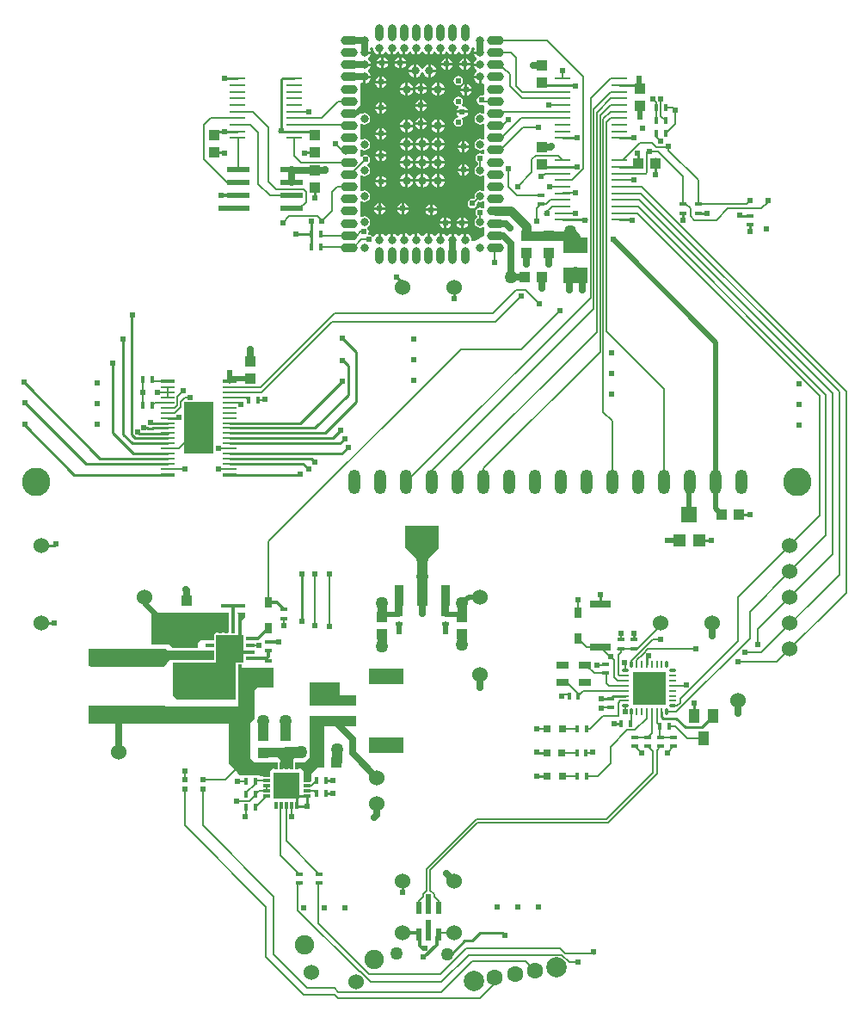
<source format=gtl>
G04 Layer_Physical_Order=1*
G04 Layer_Color=255*
%FSLAX24Y24*%
%MOIN*%
G70*
G01*
G75*
%ADD10R,0.0866X0.0236*%
%ADD11C,0.0600*%
%ADD12R,0.0236X0.0197*%
%ADD13R,0.0315X0.0315*%
%ADD14R,0.0472X0.0472*%
%ADD15R,0.0630X0.0591*%
%ADD16R,0.0197X0.0236*%
%ADD17R,0.0216X0.0472*%
%ADD18R,0.0433X0.0394*%
%ADD19R,0.0180X0.0300*%
%ADD20R,0.2953X0.0709*%
%ADD21R,0.0394X0.0433*%
%ADD22R,0.0315X0.0394*%
%ADD23R,0.0300X0.0180*%
%ADD24R,0.1339X0.0630*%
%ADD25R,0.1811X0.0394*%
%ADD26R,0.0287X0.0118*%
%ADD27R,0.0118X0.0287*%
%ADD28R,0.0984X0.0984*%
%ADD29R,0.0945X0.0630*%
%ADD30R,0.0335X0.0138*%
%ADD31R,0.0138X0.0335*%
%ADD32R,0.1063X0.1063*%
%ADD33R,0.0610X0.0098*%
%ADD34R,0.1181X0.1984*%
%ADD35R,0.0531X0.0177*%
%ADD36R,0.0531X0.0098*%
%ADD37R,0.1280X0.0847*%
%ADD38R,0.0374X0.0847*%
%ADD39R,0.0500X0.0250*%
G04:AMPARAMS|DCode=40|XSize=27.6mil|YSize=11mil|CornerRadius=2.8mil|HoleSize=0mil|Usage=FLASHONLY|Rotation=0.000|XOffset=0mil|YOffset=0mil|HoleType=Round|Shape=RoundedRectangle|*
%AMROUNDEDRECTD40*
21,1,0.0276,0.0055,0,0,0.0*
21,1,0.0221,0.0110,0,0,0.0*
1,1,0.0055,0.0110,-0.0028*
1,1,0.0055,-0.0110,-0.0028*
1,1,0.0055,-0.0110,0.0028*
1,1,0.0055,0.0110,0.0028*
%
%ADD40ROUNDEDRECTD40*%
%ADD41R,0.0276X0.0110*%
G04:AMPARAMS|DCode=42|XSize=11mil|YSize=27.6mil|CornerRadius=2.8mil|HoleSize=0mil|Usage=FLASHONLY|Rotation=0.000|XOffset=0mil|YOffset=0mil|HoleType=Round|Shape=RoundedRectangle|*
%AMROUNDEDRECTD42*
21,1,0.0110,0.0221,0,0,0.0*
21,1,0.0055,0.0276,0,0,0.0*
1,1,0.0055,0.0028,-0.0110*
1,1,0.0055,-0.0028,-0.0110*
1,1,0.0055,-0.0028,0.0110*
1,1,0.0055,0.0028,0.0110*
%
%ADD42ROUNDEDRECTD42*%
%ADD43R,0.0110X0.0276*%
%ADD44R,0.1260X0.1260*%
%ADD45R,0.0394X0.0551*%
%ADD46R,0.0787X0.0315*%
G04:AMPARAMS|DCode=47|XSize=31.5mil|YSize=31.5mil|CornerRadius=15.8mil|HoleSize=0mil|Usage=FLASHONLY|Rotation=90.000|XOffset=0mil|YOffset=0mil|HoleType=Round|Shape=RoundedRectangle|*
%AMROUNDEDRECTD47*
21,1,0.0315,0.0000,0,0,90.0*
21,1,0.0000,0.0315,0,0,90.0*
1,1,0.0315,0.0000,0.0000*
1,1,0.0315,0.0000,0.0000*
1,1,0.0315,0.0000,0.0000*
1,1,0.0315,0.0000,0.0000*
%
%ADD47ROUNDEDRECTD47*%
G04:AMPARAMS|DCode=48|XSize=31.5mil|YSize=31.5mil|CornerRadius=15.8mil|HoleSize=0mil|Usage=FLASHONLY|Rotation=180.000|XOffset=0mil|YOffset=0mil|HoleType=Round|Shape=RoundedRectangle|*
%AMROUNDEDRECTD48*
21,1,0.0315,0.0000,0,0,180.0*
21,1,0.0000,0.0315,0,0,180.0*
1,1,0.0315,0.0000,0.0000*
1,1,0.0315,0.0000,0.0000*
1,1,0.0315,0.0000,0.0000*
1,1,0.0315,0.0000,0.0000*
%
%ADD48ROUNDEDRECTD48*%
G04:AMPARAMS|DCode=49|XSize=35.4mil|YSize=65mil|CornerRadius=17.7mil|HoleSize=0mil|Usage=FLASHONLY|Rotation=270.000|XOffset=0mil|YOffset=0mil|HoleType=Round|Shape=RoundedRectangle|*
%AMROUNDEDRECTD49*
21,1,0.0354,0.0296,0,0,270.0*
21,1,0.0000,0.0650,0,0,270.0*
1,1,0.0354,-0.0148,0.0000*
1,1,0.0354,-0.0148,0.0000*
1,1,0.0354,0.0148,0.0000*
1,1,0.0354,0.0148,0.0000*
%
%ADD49ROUNDEDRECTD49*%
G04:AMPARAMS|DCode=50|XSize=35.4mil|YSize=65mil|CornerRadius=17.7mil|HoleSize=0mil|Usage=FLASHONLY|Rotation=0.000|XOffset=0mil|YOffset=0mil|HoleType=Round|Shape=RoundedRectangle|*
%AMROUNDEDRECTD50*
21,1,0.0354,0.0296,0,0,0.0*
21,1,0.0000,0.0650,0,0,0.0*
1,1,0.0354,0.0000,-0.0148*
1,1,0.0354,0.0000,-0.0148*
1,1,0.0354,0.0000,0.0148*
1,1,0.0354,0.0000,0.0148*
%
%ADD50ROUNDEDRECTD50*%
%ADD51C,0.0100*%
%ADD52C,0.0250*%
%ADD53C,0.0200*%
%ADD54C,0.0350*%
%ADD55C,0.0060*%
%ADD56C,0.0120*%
%ADD57C,0.0080*%
%ADD58C,0.0098*%
%ADD59C,0.0400*%
%ADD60C,0.1102*%
%ADD61O,0.0473X0.0945*%
%ADD62C,0.0750*%
%ADD63C,0.0787*%
%ADD64C,0.0630*%
%ADD65C,0.0240*%
%ADD66C,0.0500*%
G36*
X23900Y24230D02*
X23750Y24080D01*
Y23450D01*
X23630D01*
X23620Y23440D01*
X23610Y23450D01*
Y24380D01*
X23600Y24390D01*
X23610Y24400D01*
X23900D01*
Y24230D01*
D02*
G37*
G36*
X23240Y23620D02*
X22760D01*
X22690Y23550D01*
Y23320D01*
X22160D01*
X22020Y23180D01*
Y23040D01*
X21090D01*
X21080Y23030D01*
X20960Y23150D01*
X20250D01*
Y24410D01*
X23240D01*
Y23620D01*
D02*
G37*
G36*
X20880Y22940D02*
X22690D01*
Y22550D01*
X20950D01*
X20770Y22300D01*
X17890D01*
Y23000D01*
X20820D01*
X20880Y22940D01*
D02*
G37*
G36*
X31400Y26900D02*
X30950Y26450D01*
Y24650D01*
X30550D01*
Y26450D01*
X30100Y26900D01*
Y27750D01*
X31400D01*
Y26900D01*
D02*
G37*
G36*
X31800Y24250D02*
X31500D01*
Y24700D01*
X31800D01*
Y24250D01*
D02*
G37*
G36*
X30000D02*
X29700D01*
Y24700D01*
X30000D01*
Y24250D01*
D02*
G37*
G36*
X26150Y18750D02*
X25800Y18750D01*
X25750Y18700D01*
Y18350D01*
X25250D01*
Y18700D01*
X25150Y18800D01*
X24400D01*
Y19150D01*
X25850D01*
X25875Y19175D01*
X26125D01*
X26150Y19200D01*
Y18750D01*
D02*
G37*
G36*
X26950Y18500D02*
X26850Y18400D01*
X26700D01*
X26450Y18150D01*
Y17850D01*
X26150D01*
Y18250D01*
X26050Y18350D01*
X25850D01*
Y18600D01*
X26200D01*
X26400Y18800D01*
Y20350D01*
X26950D01*
Y18500D01*
D02*
G37*
G36*
X32794Y46250D02*
X32775Y46225D01*
X32749Y46162D01*
X32747Y46145D01*
X33000D01*
Y46045D01*
X32747D01*
X32749Y46028D01*
X32775Y45965D01*
X32816Y45911D01*
X32846Y45889D01*
Y45829D01*
X32816Y45806D01*
X32775Y45752D01*
X32749Y45690D01*
X32747Y45672D01*
X33000D01*
Y45573D01*
X32747D01*
X32749Y45555D01*
X32775Y45493D01*
X32816Y45439D01*
X32846Y45416D01*
Y45356D01*
X32816Y45334D01*
X32775Y45280D01*
X32749Y45217D01*
X32747Y45200D01*
X33000D01*
Y45150D01*
X33050D01*
Y44897D01*
X33067Y44899D01*
X33100Y44913D01*
X33150Y44880D01*
Y44455D01*
X33100Y44424D01*
X33050Y44434D01*
X32980Y44420D01*
X32920Y44380D01*
X32880Y44320D01*
X32866Y44250D01*
X32880Y44180D01*
X32920Y44120D01*
X32980Y44080D01*
X33050Y44066D01*
X33100Y44076D01*
X33150Y44045D01*
Y43746D01*
X33106Y43723D01*
X33085Y43737D01*
X33000Y43754D01*
X32915Y43737D01*
X32843Y43689D01*
X32795Y43617D01*
X32778Y43532D01*
X32795Y43447D01*
X32843Y43375D01*
X32915Y43327D01*
X33000Y43310D01*
X33085Y43327D01*
X33106Y43341D01*
X33150Y43318D01*
Y42746D01*
X33106Y42723D01*
X33085Y42737D01*
X33000Y42754D01*
X32915Y42737D01*
X32843Y42689D01*
X32795Y42617D01*
X32778Y42532D01*
X32795Y42447D01*
X32843Y42375D01*
X32915Y42327D01*
X33000Y42310D01*
X33085Y42327D01*
X33106Y42341D01*
X33150Y42318D01*
Y42176D01*
X33100Y42150D01*
X33070Y42170D01*
X33000Y42184D01*
X32930Y42170D01*
X32870Y42130D01*
X32830Y42070D01*
X32816Y42000D01*
X32830Y41930D01*
X32870Y41870D01*
X32908Y41845D01*
Y41732D01*
X32843Y41689D01*
X32795Y41617D01*
X32778Y41532D01*
X32795Y41447D01*
X32843Y41375D01*
X32915Y41327D01*
X33000Y41310D01*
X33085Y41327D01*
X33106Y41341D01*
X33150Y41318D01*
Y40746D01*
X33106Y40723D01*
X33085Y40737D01*
X33000Y40754D01*
X32915Y40737D01*
X32843Y40689D01*
X32795Y40617D01*
X32778Y40532D01*
X32794Y40455D01*
X32760Y40422D01*
X32700Y40434D01*
X32630Y40420D01*
X32570Y40380D01*
X32530Y40320D01*
X32516Y40250D01*
X32530Y40180D01*
X32570Y40120D01*
X32630Y40080D01*
X32700Y40066D01*
X32770Y40080D01*
X32830Y40120D01*
X32870Y40180D01*
X32884Y40250D01*
X32878Y40280D01*
X32923Y40325D01*
X33000Y40310D01*
X33085Y40327D01*
X33106Y40341D01*
X33150Y40318D01*
Y40076D01*
X33100Y40050D01*
X33070Y40070D01*
X33000Y40084D01*
X32930Y40070D01*
X32870Y40030D01*
X32830Y39970D01*
X32816Y39900D01*
X32830Y39830D01*
X32870Y39770D01*
X32873Y39769D01*
X32873Y39708D01*
X32843Y39689D01*
X32795Y39617D01*
X32778Y39532D01*
X32795Y39447D01*
X32843Y39375D01*
X32915Y39327D01*
X33000Y39310D01*
X33085Y39327D01*
X33106Y39341D01*
X33150Y39318D01*
Y39000D01*
X32800Y38800D01*
X32696D01*
X32669Y38831D01*
X32660Y38898D01*
X32634Y38961D01*
X32593Y39015D01*
X32539Y39056D01*
X32477Y39082D01*
X32459Y39084D01*
Y38831D01*
X32359D01*
Y39084D01*
X32342Y39082D01*
X32280Y39056D01*
X32226Y39015D01*
X32203Y38985D01*
X32143D01*
X32121Y39015D01*
X32067Y39056D01*
X32004Y39082D01*
X31987Y39084D01*
Y38831D01*
X31887D01*
Y39084D01*
X31870Y39082D01*
X31807Y39056D01*
X31753Y39015D01*
X31731Y38985D01*
X31671D01*
X31648Y39015D01*
X31594Y39056D01*
X31532Y39082D01*
X31515Y39084D01*
Y38831D01*
X31415D01*
Y39084D01*
X31397Y39082D01*
X31335Y39056D01*
X31281Y39015D01*
X31258Y38985D01*
X31198D01*
X31176Y39015D01*
X31122Y39056D01*
X31059Y39082D01*
X31042Y39084D01*
Y38831D01*
X30942D01*
Y39084D01*
X30925Y39082D01*
X30862Y39056D01*
X30808Y39015D01*
X30786Y38985D01*
X30726D01*
X30703Y39015D01*
X30650Y39056D01*
X30587Y39082D01*
X30570Y39084D01*
Y38831D01*
X30470D01*
Y39084D01*
X30452Y39082D01*
X30390Y39056D01*
X30336Y39015D01*
X30313Y38985D01*
X30253D01*
X30231Y39015D01*
X30177Y39056D01*
X30114Y39082D01*
X30097Y39084D01*
Y38831D01*
X29997D01*
Y39084D01*
X29980Y39082D01*
X29917Y39056D01*
X29864Y39015D01*
X29841Y38985D01*
X29781D01*
X29758Y39015D01*
X29705Y39056D01*
X29642Y39082D01*
X29625Y39084D01*
Y38831D01*
X29525D01*
Y39084D01*
X29508Y39082D01*
X29445Y39056D01*
X29391Y39015D01*
X29369Y38985D01*
X29309D01*
X29286Y39015D01*
X29232Y39056D01*
X29170Y39082D01*
X29152Y39084D01*
Y38831D01*
X29052D01*
Y39084D01*
X29035Y39082D01*
X28973Y39056D01*
X28919Y39015D01*
X28891Y38978D01*
X28833Y38975D01*
X28830Y38980D01*
X28770Y39020D01*
X28700Y39034D01*
X28699Y39033D01*
X28669Y39078D01*
X28670Y39080D01*
X28684Y39150D01*
X28670Y39220D01*
X28630Y39280D01*
X28622Y39285D01*
X28623Y39345D01*
X28669Y39375D01*
X28717Y39447D01*
X28734Y39532D01*
X28717Y39617D01*
X28669Y39689D01*
X28597Y39737D01*
X28512Y39754D01*
X28427Y39737D01*
X28400Y39719D01*
X28350Y39746D01*
Y40318D01*
X28400Y40345D01*
X28427Y40327D01*
X28512Y40310D01*
X28597Y40327D01*
X28669Y40375D01*
X28717Y40447D01*
X28734Y40532D01*
X28717Y40617D01*
X28669Y40689D01*
X28597Y40737D01*
X28512Y40754D01*
X28427Y40737D01*
X28400Y40719D01*
X28350Y40746D01*
Y41318D01*
X28400Y41345D01*
X28427Y41327D01*
X28512Y41310D01*
X28597Y41327D01*
X28669Y41375D01*
X28717Y41447D01*
X28734Y41532D01*
X28717Y41617D01*
X28669Y41689D01*
X28611Y41728D01*
X28617Y41780D01*
X28620Y41780D01*
X28680Y41820D01*
X28720Y41880D01*
X28734Y41950D01*
X28720Y42020D01*
X28680Y42080D01*
X28620Y42120D01*
X28550Y42134D01*
X28480Y42120D01*
X28420Y42080D01*
X28400Y42049D01*
X28350Y42065D01*
Y42318D01*
X28400Y42345D01*
X28427Y42327D01*
X28512Y42310D01*
X28597Y42327D01*
X28669Y42375D01*
X28717Y42447D01*
X28734Y42532D01*
X28717Y42617D01*
X28669Y42689D01*
X28597Y42737D01*
X28512Y42754D01*
X28427Y42737D01*
X28400Y42719D01*
X28350Y42746D01*
Y43318D01*
X28400Y43345D01*
X28427Y43327D01*
X28512Y43310D01*
X28597Y43327D01*
X28669Y43375D01*
X28717Y43447D01*
X28734Y43532D01*
X28717Y43617D01*
X28669Y43689D01*
X28597Y43737D01*
X28512Y43754D01*
X28427Y43737D01*
X28400Y43719D01*
X28350Y43746D01*
Y44892D01*
X28400Y44918D01*
X28445Y44899D01*
X28462Y44897D01*
Y45150D01*
X28512D01*
Y45200D01*
X28765D01*
X28763Y45217D01*
X28737Y45280D01*
X28695Y45334D01*
X28666Y45356D01*
Y45416D01*
X28695Y45439D01*
X28737Y45493D01*
X28763Y45555D01*
X28765Y45573D01*
X28512D01*
Y45672D01*
X28765D01*
X28763Y45690D01*
X28737Y45752D01*
X28695Y45806D01*
X28666Y45829D01*
Y45889D01*
X28695Y45911D01*
X28737Y45965D01*
X28763Y46028D01*
X28765Y46045D01*
X28512D01*
Y46145D01*
X28765D01*
X28763Y46162D01*
X28737Y46225D01*
X28717Y46250D01*
X28742Y46300D01*
X28818D01*
X28843Y46272D01*
X28852Y46205D01*
X28877Y46142D01*
X28919Y46088D01*
X28973Y46047D01*
X29035Y46021D01*
X29052Y46019D01*
Y46272D01*
X29152D01*
Y46019D01*
X29170Y46021D01*
X29232Y46047D01*
X29286Y46088D01*
X29309Y46118D01*
X29369D01*
X29391Y46088D01*
X29445Y46047D01*
X29508Y46021D01*
X29525Y46019D01*
Y46272D01*
X29625D01*
Y46019D01*
X29642Y46021D01*
X29705Y46047D01*
X29758Y46088D01*
X29781Y46118D01*
X29841D01*
X29864Y46088D01*
X29917Y46047D01*
X29980Y46021D01*
X29997Y46019D01*
Y46272D01*
X30097D01*
Y46019D01*
X30114Y46021D01*
X30177Y46047D01*
X30231Y46088D01*
X30253Y46118D01*
X30313D01*
X30336Y46088D01*
X30390Y46047D01*
X30452Y46021D01*
X30470Y46019D01*
Y46272D01*
X30570D01*
Y46019D01*
X30587Y46021D01*
X30650Y46047D01*
X30703Y46088D01*
X30726Y46118D01*
X30786D01*
X30808Y46088D01*
X30862Y46047D01*
X30925Y46021D01*
X30942Y46019D01*
Y46272D01*
X31042D01*
Y46019D01*
X31059Y46021D01*
X31122Y46047D01*
X31176Y46088D01*
X31198Y46118D01*
X31258D01*
X31281Y46088D01*
X31335Y46047D01*
X31397Y46021D01*
X31415Y46019D01*
Y46272D01*
X31515D01*
Y46019D01*
X31532Y46021D01*
X31594Y46047D01*
X31648Y46088D01*
X31671Y46118D01*
X31731D01*
X31753Y46088D01*
X31807Y46047D01*
X31870Y46021D01*
X31887Y46019D01*
Y46272D01*
X31987D01*
Y46019D01*
X32004Y46021D01*
X32067Y46047D01*
X32121Y46088D01*
X32143Y46118D01*
X32203D01*
X32226Y46088D01*
X32280Y46047D01*
X32342Y46021D01*
X32359Y46019D01*
Y46272D01*
X32459D01*
Y46019D01*
X32477Y46021D01*
X32539Y46047D01*
X32593Y46088D01*
X32634Y46142D01*
X32660Y46205D01*
X32669Y46272D01*
X32694Y46300D01*
X32770D01*
X32794Y46250D01*
D02*
G37*
G36*
X23500Y22470D02*
X23510Y22460D01*
Y21040D01*
X21240D01*
X21080Y21200D01*
Y22470D01*
X22850D01*
X22860Y22480D01*
Y22860D01*
X23500Y22470D01*
D02*
G37*
G36*
X27550Y20850D02*
X26400D01*
Y21700D01*
X27550D01*
Y20850D01*
D02*
G37*
G36*
X23750Y22270D02*
X24980D01*
X25000Y22250D01*
Y21500D01*
X24350D01*
X24250Y21400D01*
Y20269D01*
X24100Y20119D01*
Y18750D01*
X24250Y18600D01*
X25150D01*
Y18350D01*
X24950D01*
X24850Y18250D01*
Y18050D01*
X24500D01*
X24450Y18100D01*
X23700D01*
X23600Y18200D01*
X23250Y18550D01*
Y20090D01*
X17820D01*
Y20800D01*
X20780D01*
X20820Y20760D01*
X23610D01*
Y22390D01*
X23750D01*
Y22270D01*
D02*
G37*
%LPC*%
G36*
X31615Y41793D02*
X31412D01*
Y41590D01*
X31429Y41592D01*
X31492Y41618D01*
X31546Y41659D01*
X31587Y41713D01*
X31613Y41776D01*
X31615Y41793D01*
D02*
G37*
G36*
X32300Y41764D02*
X32264Y41757D01*
X32191Y41709D01*
X32143Y41636D01*
X32136Y41600D01*
X32300D01*
Y41764D01*
D02*
G37*
G36*
X30403Y41793D02*
X30200D01*
Y41590D01*
X30217Y41592D01*
X30279Y41618D01*
X30333Y41659D01*
X30375Y41713D01*
X30400Y41776D01*
X30403Y41793D01*
D02*
G37*
G36*
X31009D02*
X30806D01*
Y41590D01*
X30823Y41592D01*
X30886Y41618D01*
X30940Y41659D01*
X30981Y41713D01*
X31007Y41776D01*
X31009Y41793D01*
D02*
G37*
G36*
X29364Y42050D02*
X29200D01*
Y41886D01*
X29236Y41893D01*
X29309Y41941D01*
X29357Y42014D01*
X29364Y42050D01*
D02*
G37*
G36*
X30100Y42096D02*
X30082Y42094D01*
X30020Y42068D01*
X29966Y42027D01*
X29925Y41973D01*
X29899Y41910D01*
X29896Y41893D01*
X30100D01*
Y42096D01*
D02*
G37*
G36*
X32400Y41764D02*
Y41600D01*
X32564D01*
X32557Y41636D01*
X32509Y41709D01*
X32436Y41757D01*
X32400Y41764D01*
D02*
G37*
G36*
X29100Y42050D02*
X28936D01*
X28943Y42014D01*
X28991Y41941D01*
X29064Y41893D01*
X29100Y41886D01*
Y42050D01*
D02*
G37*
G36*
X31412Y41387D02*
Y41184D01*
X31615D01*
X31613Y41202D01*
X31587Y41264D01*
X31546Y41318D01*
X31492Y41359D01*
X31429Y41385D01*
X31412Y41387D01*
D02*
G37*
G36*
X32300Y41500D02*
X32136D01*
X32143Y41464D01*
X32191Y41391D01*
X32264Y41343D01*
X32300Y41336D01*
Y41500D01*
D02*
G37*
G36*
X30200Y41387D02*
Y41184D01*
X30403D01*
X30400Y41202D01*
X30375Y41264D01*
X30333Y41318D01*
X30279Y41359D01*
X30217Y41385D01*
X30200Y41387D01*
D02*
G37*
G36*
X30806D02*
Y41184D01*
X31009D01*
X31007Y41202D01*
X30981Y41264D01*
X30940Y41318D01*
X30886Y41359D01*
X30823Y41385D01*
X30806Y41387D01*
D02*
G37*
G36*
X30100Y41793D02*
X29896D01*
X29899Y41776D01*
X29925Y41713D01*
X29966Y41659D01*
X30020Y41618D01*
X30082Y41592D01*
X30100Y41590D01*
Y41793D01*
D02*
G37*
G36*
X30706D02*
X30503D01*
X30505Y41776D01*
X30531Y41713D01*
X30572Y41659D01*
X30626Y41618D01*
X30689Y41592D01*
X30706Y41590D01*
Y41793D01*
D02*
G37*
G36*
X32564Y41500D02*
X32400D01*
Y41336D01*
X32436Y41343D01*
X32509Y41391D01*
X32557Y41464D01*
X32564Y41500D01*
D02*
G37*
G36*
X31312Y41793D02*
X31109D01*
X31111Y41776D01*
X31137Y41713D01*
X31179Y41659D01*
X31232Y41618D01*
X31295Y41592D01*
X31312Y41590D01*
Y41793D01*
D02*
G37*
G36*
X30100Y42502D02*
X29896D01*
X29899Y42484D01*
X29925Y42422D01*
X29966Y42368D01*
X30020Y42327D01*
X30082Y42301D01*
X30100Y42298D01*
Y42502D01*
D02*
G37*
G36*
X30706D02*
X30503D01*
X30505Y42484D01*
X30531Y42422D01*
X30572Y42368D01*
X30626Y42327D01*
X30689Y42301D01*
X30706Y42298D01*
Y42502D01*
D02*
G37*
G36*
X32564Y42400D02*
X32400D01*
Y42236D01*
X32436Y42243D01*
X32509Y42291D01*
X32557Y42364D01*
X32564Y42400D01*
D02*
G37*
G36*
X31312Y42502D02*
X31109D01*
X31111Y42484D01*
X31137Y42422D01*
X31179Y42368D01*
X31232Y42327D01*
X31295Y42301D01*
X31312Y42298D01*
Y42502D01*
D02*
G37*
G36*
X31615D02*
X31412D01*
Y42298D01*
X31429Y42301D01*
X31492Y42327D01*
X31546Y42368D01*
X31587Y42422D01*
X31613Y42484D01*
X31615Y42502D01*
D02*
G37*
G36*
X32300Y42664D02*
X32264Y42657D01*
X32191Y42609D01*
X32143Y42536D01*
X32136Y42500D01*
X32300D01*
Y42664D01*
D02*
G37*
G36*
X30403Y42502D02*
X30200D01*
Y42298D01*
X30217Y42301D01*
X30279Y42327D01*
X30333Y42368D01*
X30375Y42422D01*
X30400Y42484D01*
X30403Y42502D01*
D02*
G37*
G36*
X31009D02*
X30806D01*
Y42298D01*
X30823Y42301D01*
X30886Y42327D01*
X30940Y42368D01*
X30981Y42422D01*
X31007Y42484D01*
X31009Y42502D01*
D02*
G37*
G36*
X30200Y42096D02*
Y41893D01*
X30403D01*
X30400Y41910D01*
X30375Y41973D01*
X30333Y42027D01*
X30279Y42068D01*
X30217Y42094D01*
X30200Y42096D01*
D02*
G37*
G36*
X30806D02*
Y41893D01*
X31009D01*
X31007Y41910D01*
X30981Y41973D01*
X30940Y42027D01*
X30886Y42068D01*
X30823Y42094D01*
X30806Y42096D01*
D02*
G37*
G36*
X30706D02*
X30689Y42094D01*
X30626Y42068D01*
X30572Y42027D01*
X30531Y41973D01*
X30505Y41910D01*
X30503Y41893D01*
X30706D01*
Y42096D01*
D02*
G37*
G36*
X31312D02*
X31295Y42094D01*
X31232Y42068D01*
X31179Y42027D01*
X31137Y41973D01*
X31111Y41910D01*
X31109Y41893D01*
X31312D01*
Y42096D01*
D02*
G37*
G36*
X29200Y42314D02*
Y42150D01*
X29364D01*
X29357Y42186D01*
X29309Y42259D01*
X29236Y42307D01*
X29200Y42314D01*
D02*
G37*
G36*
X32300Y42400D02*
X32136D01*
X32143Y42364D01*
X32191Y42291D01*
X32264Y42243D01*
X32300Y42236D01*
Y42400D01*
D02*
G37*
G36*
X31412Y42096D02*
Y41893D01*
X31615D01*
X31613Y41910D01*
X31587Y41973D01*
X31546Y42027D01*
X31492Y42068D01*
X31429Y42094D01*
X31412Y42096D01*
D02*
G37*
G36*
X29100Y42314D02*
X29064Y42307D01*
X28991Y42259D01*
X28943Y42186D01*
X28936Y42150D01*
X29100D01*
Y42314D01*
D02*
G37*
G36*
X31312Y41387D02*
X31295Y41385D01*
X31232Y41359D01*
X31179Y41318D01*
X31137Y41264D01*
X31111Y41202D01*
X31109Y41184D01*
X31312D01*
Y41387D01*
D02*
G37*
G36*
X29050Y40000D02*
X28886D01*
X28893Y39964D01*
X28941Y39891D01*
X29014Y39843D01*
X29050Y39836D01*
Y40000D01*
D02*
G37*
G36*
X29314D02*
X29150D01*
Y39836D01*
X29186Y39843D01*
X29259Y39891D01*
X29307Y39964D01*
X29314Y40000D01*
D02*
G37*
G36*
X31050Y39950D02*
X30886D01*
X30893Y39914D01*
X30941Y39841D01*
X31014Y39793D01*
X31050Y39786D01*
Y39950D01*
D02*
G37*
G36*
X31314D02*
X31150D01*
Y39786D01*
X31186Y39793D01*
X31259Y39841D01*
X31307Y39914D01*
X31314Y39950D01*
D02*
G37*
G36*
X31050Y40214D02*
X31014Y40207D01*
X30941Y40159D01*
X30893Y40086D01*
X30886Y40050D01*
X31050D01*
Y40214D01*
D02*
G37*
G36*
X31150D02*
Y40050D01*
X31314D01*
X31307Y40086D01*
X31259Y40159D01*
X31186Y40207D01*
X31150Y40214D01*
D02*
G37*
G36*
X29950Y40000D02*
X29786D01*
X29793Y39964D01*
X29841Y39891D01*
X29914Y39843D01*
X29950Y39836D01*
Y40000D01*
D02*
G37*
G36*
X30214D02*
X30050D01*
Y39836D01*
X30086Y39843D01*
X30159Y39891D01*
X30207Y39964D01*
X30214Y40000D01*
D02*
G37*
G36*
X32250Y39450D02*
X32086D01*
X32093Y39414D01*
X32141Y39341D01*
X32214Y39293D01*
X32250Y39286D01*
Y39450D01*
D02*
G37*
G36*
X32514D02*
X32350D01*
Y39286D01*
X32386Y39293D01*
X32459Y39341D01*
X32507Y39414D01*
X32514Y39450D01*
D02*
G37*
G36*
X31600D02*
X31436D01*
X31443Y39414D01*
X31491Y39341D01*
X31564Y39293D01*
X31600Y39286D01*
Y39450D01*
D02*
G37*
G36*
X31864D02*
X31700D01*
Y39286D01*
X31736Y39293D01*
X31809Y39341D01*
X31857Y39414D01*
X31864Y39450D01*
D02*
G37*
G36*
X32250Y39714D02*
X32214Y39707D01*
X32141Y39659D01*
X32093Y39586D01*
X32086Y39550D01*
X32250D01*
Y39714D01*
D02*
G37*
G36*
X32350D02*
Y39550D01*
X32514D01*
X32507Y39586D01*
X32459Y39659D01*
X32386Y39707D01*
X32350Y39714D01*
D02*
G37*
G36*
X31600D02*
X31564Y39707D01*
X31491Y39659D01*
X31443Y39586D01*
X31436Y39550D01*
X31600D01*
Y39714D01*
D02*
G37*
G36*
X31700D02*
Y39550D01*
X31864D01*
X31857Y39586D01*
X31809Y39659D01*
X31736Y39707D01*
X31700Y39714D01*
D02*
G37*
G36*
X29100Y41050D02*
X28936D01*
X28943Y41014D01*
X28991Y40941D01*
X29064Y40893D01*
X29100Y40886D01*
Y41050D01*
D02*
G37*
G36*
X29364D02*
X29200D01*
Y40886D01*
X29236Y40893D01*
X29309Y40941D01*
X29357Y41014D01*
X29364Y41050D01*
D02*
G37*
G36*
X31009Y41084D02*
X30806D01*
Y40881D01*
X30823Y40883D01*
X30886Y40909D01*
X30940Y40951D01*
X30981Y41004D01*
X31007Y41067D01*
X31009Y41084D01*
D02*
G37*
G36*
X31615D02*
X31412D01*
Y40881D01*
X31429Y40883D01*
X31492Y40909D01*
X31546Y40951D01*
X31587Y41004D01*
X31613Y41067D01*
X31615Y41084D01*
D02*
G37*
G36*
X30100Y41387D02*
X30082Y41385D01*
X30020Y41359D01*
X29966Y41318D01*
X29925Y41264D01*
X29899Y41202D01*
X29896Y41184D01*
X30100D01*
Y41387D01*
D02*
G37*
G36*
X30706D02*
X30689Y41385D01*
X30626Y41359D01*
X30572Y41318D01*
X30531Y41264D01*
X30505Y41202D01*
X30503Y41184D01*
X30706D01*
Y41387D01*
D02*
G37*
G36*
X29100Y41314D02*
X29064Y41307D01*
X28991Y41259D01*
X28943Y41186D01*
X28936Y41150D01*
X29100D01*
Y41314D01*
D02*
G37*
G36*
X29200D02*
Y41150D01*
X29364D01*
X29357Y41186D01*
X29309Y41259D01*
X29236Y41307D01*
X29200Y41314D01*
D02*
G37*
G36*
X29950Y40264D02*
X29914Y40257D01*
X29841Y40209D01*
X29793Y40136D01*
X29786Y40100D01*
X29950D01*
Y40264D01*
D02*
G37*
G36*
X30050D02*
Y40100D01*
X30214D01*
X30207Y40136D01*
X30159Y40209D01*
X30086Y40257D01*
X30050Y40264D01*
D02*
G37*
G36*
X29050D02*
X29014Y40257D01*
X28941Y40209D01*
X28893Y40136D01*
X28886Y40100D01*
X29050D01*
Y40264D01*
D02*
G37*
G36*
X29150D02*
Y40100D01*
X29314D01*
X29307Y40136D01*
X29259Y40209D01*
X29186Y40257D01*
X29150Y40264D01*
D02*
G37*
G36*
X30706Y41084D02*
X30503D01*
X30505Y41067D01*
X30531Y41004D01*
X30572Y40951D01*
X30626Y40909D01*
X30689Y40883D01*
X30706Y40881D01*
Y41084D01*
D02*
G37*
G36*
X30403D02*
X30200D01*
Y40881D01*
X30217Y40883D01*
X30279Y40909D01*
X30333Y40951D01*
X30375Y41004D01*
X30400Y41067D01*
X30403Y41084D01*
D02*
G37*
G36*
X31312D02*
X31109D01*
X31111Y41067D01*
X31137Y41004D01*
X31179Y40951D01*
X31232Y40909D01*
X31295Y40883D01*
X31312Y40881D01*
Y41084D01*
D02*
G37*
G36*
X30100D02*
X29896D01*
X29899Y41067D01*
X29925Y41004D01*
X29966Y40951D01*
X30020Y40909D01*
X30082Y40883D01*
X30100Y40881D01*
Y41084D01*
D02*
G37*
G36*
X32400Y42664D02*
Y42500D01*
X32564D01*
X32557Y42536D01*
X32509Y42609D01*
X32436Y42657D01*
X32400Y42664D01*
D02*
G37*
G36*
X32150Y45184D02*
X32080Y45170D01*
X32020Y45130D01*
X31980Y45070D01*
X31966Y45000D01*
X31980Y44930D01*
X32020Y44870D01*
X32080Y44830D01*
X32150Y44816D01*
X32220Y44830D01*
X32280Y44870D01*
X32320Y44930D01*
X32334Y45000D01*
X32320Y45070D01*
X32280Y45130D01*
X32220Y45170D01*
X32150Y45184D01*
D02*
G37*
G36*
X32950Y45100D02*
X32747D01*
X32749Y45083D01*
X32775Y45020D01*
X32816Y44966D01*
X32870Y44925D01*
X32933Y44899D01*
X32950Y44897D01*
Y45100D01*
D02*
G37*
G36*
X30650Y44914D02*
X30614Y44907D01*
X30541Y44859D01*
X30493Y44786D01*
X30486Y44750D01*
X30650D01*
Y44914D01*
D02*
G37*
G36*
X30750D02*
Y44750D01*
X30914D01*
X30907Y44786D01*
X30859Y44859D01*
X30786Y44907D01*
X30750Y44914D01*
D02*
G37*
G36*
X28765Y45100D02*
X28562D01*
Y44897D01*
X28579Y44899D01*
X28642Y44925D01*
X28695Y44966D01*
X28737Y45020D01*
X28763Y45083D01*
X28765Y45100D01*
D02*
G37*
G36*
X30430Y45336D02*
X30227D01*
X30229Y45319D01*
X30255Y45256D01*
X30297Y45203D01*
X30350Y45161D01*
X30413Y45135D01*
X30430Y45133D01*
Y45336D01*
D02*
G37*
G36*
X30530Y45639D02*
Y45386D01*
Y45133D01*
X30548Y45135D01*
X30610Y45161D01*
X30664Y45203D01*
X30705Y45256D01*
X30731Y45319D01*
X30781D01*
X30807Y45256D01*
X30848Y45203D01*
X30902Y45161D01*
X30964Y45135D01*
X30982Y45133D01*
Y45386D01*
Y45639D01*
X30964Y45637D01*
X30902Y45611D01*
X30848Y45570D01*
X30807Y45516D01*
X30781Y45453D01*
X30731D01*
X30705Y45516D01*
X30664Y45570D01*
X30610Y45611D01*
X30548Y45637D01*
X30530Y45639D01*
D02*
G37*
G36*
X29100Y45164D02*
X29064Y45157D01*
X28991Y45109D01*
X28943Y45036D01*
X28936Y45000D01*
X29100D01*
Y45164D01*
D02*
G37*
G36*
X29200D02*
Y45000D01*
X29364D01*
X29357Y45036D01*
X29309Y45109D01*
X29236Y45157D01*
X29200Y45164D01*
D02*
G37*
G36*
X29364Y44900D02*
X29200D01*
Y44736D01*
X29236Y44743D01*
X29309Y44791D01*
X29357Y44864D01*
X29364Y44900D01*
D02*
G37*
G36*
X32400Y44864D02*
X32364Y44857D01*
X32291Y44809D01*
X32243Y44736D01*
X32236Y44700D01*
X32400D01*
Y44864D01*
D02*
G37*
G36*
X32500D02*
Y44700D01*
X32664D01*
X32657Y44736D01*
X32609Y44809D01*
X32536Y44857D01*
X32500Y44864D01*
D02*
G37*
G36*
X30650Y44650D02*
X30486D01*
X30493Y44614D01*
X30541Y44541D01*
X30614Y44493D01*
X30650Y44486D01*
Y44650D01*
D02*
G37*
G36*
X30914D02*
X30750D01*
Y44486D01*
X30786Y44493D01*
X30859Y44541D01*
X30907Y44614D01*
X30914Y44650D01*
D02*
G37*
G36*
X30100Y44931D02*
X30082Y44928D01*
X30020Y44903D01*
X29966Y44861D01*
X29925Y44807D01*
X29899Y44745D01*
X29896Y44728D01*
X30100D01*
Y44931D01*
D02*
G37*
G36*
X31412D02*
Y44728D01*
X31615D01*
X31613Y44745D01*
X31587Y44807D01*
X31546Y44861D01*
X31492Y44903D01*
X31429Y44928D01*
X31412Y44931D01*
D02*
G37*
G36*
X29100Y44900D02*
X28936D01*
X28943Y44864D01*
X28991Y44791D01*
X29064Y44743D01*
X29100Y44736D01*
Y44900D01*
D02*
G37*
G36*
X31312Y44931D02*
X31295Y44928D01*
X31232Y44903D01*
X31179Y44861D01*
X31137Y44807D01*
X31111Y44745D01*
X31109Y44728D01*
X31312D01*
Y44931D01*
D02*
G37*
G36*
X30200D02*
Y44728D01*
X30403D01*
X30400Y44745D01*
X30375Y44807D01*
X30333Y44861D01*
X30279Y44903D01*
X30217Y44928D01*
X30200Y44931D01*
D02*
G37*
G36*
X31750Y45864D02*
Y45700D01*
X31914D01*
X31907Y45736D01*
X31859Y45809D01*
X31786Y45857D01*
X31750Y45864D01*
D02*
G37*
G36*
X32350D02*
X32314Y45857D01*
X32241Y45809D01*
X32193Y45736D01*
X32186Y45700D01*
X32350D01*
Y45864D01*
D02*
G37*
G36*
X30114Y45650D02*
X29950D01*
Y45486D01*
X29986Y45493D01*
X30059Y45541D01*
X30107Y45614D01*
X30114Y45650D01*
D02*
G37*
G36*
X31650Y45864D02*
X31614Y45857D01*
X31541Y45809D01*
X31493Y45736D01*
X31486Y45700D01*
X31650D01*
Y45864D01*
D02*
G37*
G36*
X32450D02*
Y45700D01*
X32614D01*
X32607Y45736D01*
X32559Y45809D01*
X32486Y45857D01*
X32450Y45864D01*
D02*
G37*
G36*
X29850Y45914D02*
X29814Y45907D01*
X29741Y45859D01*
X29693Y45786D01*
X29686Y45750D01*
X29850D01*
Y45914D01*
D02*
G37*
G36*
X29950D02*
Y45750D01*
X30114D01*
X30107Y45786D01*
X30059Y45859D01*
X29986Y45907D01*
X29950Y45914D01*
D02*
G37*
G36*
X29150D02*
X29114Y45907D01*
X29041Y45859D01*
X28993Y45786D01*
X28986Y45750D01*
X29150D01*
Y45914D01*
D02*
G37*
G36*
X29250D02*
Y45750D01*
X29414D01*
X29407Y45786D01*
X29359Y45859D01*
X29286Y45907D01*
X29250Y45914D01*
D02*
G37*
G36*
X29850Y45650D02*
X29686D01*
X29693Y45614D01*
X29741Y45541D01*
X29814Y45493D01*
X29850Y45486D01*
Y45650D01*
D02*
G37*
G36*
X31914Y45600D02*
X31750D01*
Y45436D01*
X31786Y45443D01*
X31859Y45491D01*
X31907Y45564D01*
X31914Y45600D01*
D02*
G37*
G36*
X32350D02*
X32186D01*
X32193Y45564D01*
X32241Y45491D01*
X32314Y45443D01*
X32350Y45436D01*
Y45600D01*
D02*
G37*
G36*
X31285Y45336D02*
X31082D01*
Y45133D01*
X31099Y45135D01*
X31161Y45161D01*
X31215Y45203D01*
X31256Y45256D01*
X31282Y45319D01*
X31285Y45336D01*
D02*
G37*
G36*
X31650Y45600D02*
X31486D01*
X31493Y45564D01*
X31541Y45491D01*
X31614Y45443D01*
X31650Y45436D01*
Y45600D01*
D02*
G37*
G36*
X32614D02*
X32450D01*
Y45436D01*
X32486Y45443D01*
X32559Y45491D01*
X32607Y45564D01*
X32614Y45600D01*
D02*
G37*
G36*
X29150Y45650D02*
X28986D01*
X28993Y45614D01*
X29041Y45541D01*
X29114Y45493D01*
X29150Y45486D01*
Y45650D01*
D02*
G37*
G36*
X29414D02*
X29250D01*
Y45486D01*
X29286Y45493D01*
X29359Y45541D01*
X29407Y45614D01*
X29414Y45650D01*
D02*
G37*
G36*
X30430Y45639D02*
X30413Y45637D01*
X30350Y45611D01*
X30297Y45570D01*
X30255Y45516D01*
X30229Y45453D01*
X30227Y45436D01*
X30430D01*
Y45639D01*
D02*
G37*
G36*
X31082D02*
Y45436D01*
X31285D01*
X31282Y45453D01*
X31256Y45516D01*
X31215Y45570D01*
X31161Y45611D01*
X31099Y45637D01*
X31082Y45639D01*
D02*
G37*
G36*
X30403Y43210D02*
X30200D01*
Y43007D01*
X30217Y43009D01*
X30279Y43035D01*
X30333Y43077D01*
X30375Y43130D01*
X30400Y43193D01*
X30403Y43210D01*
D02*
G37*
G36*
X31615D02*
X31412D01*
Y43007D01*
X31429Y43009D01*
X31492Y43035D01*
X31546Y43077D01*
X31587Y43130D01*
X31613Y43193D01*
X31615Y43210D01*
D02*
G37*
G36*
X31312D02*
X31109D01*
X31111Y43193D01*
X31137Y43130D01*
X31179Y43077D01*
X31232Y43035D01*
X31295Y43009D01*
X31312Y43007D01*
Y43210D01*
D02*
G37*
G36*
X30100D02*
X29896D01*
X29899Y43193D01*
X29925Y43130D01*
X29966Y43077D01*
X30020Y43035D01*
X30082Y43009D01*
X30100Y43007D01*
Y43210D01*
D02*
G37*
G36*
X30650Y43300D02*
X30486D01*
X30493Y43264D01*
X30541Y43191D01*
X30614Y43143D01*
X30650Y43136D01*
Y43300D01*
D02*
G37*
G36*
X30100Y43513D02*
X30082Y43511D01*
X30020Y43485D01*
X29966Y43444D01*
X29925Y43390D01*
X29899Y43328D01*
X29896Y43310D01*
X30100D01*
Y43513D01*
D02*
G37*
G36*
X31312D02*
X31295Y43511D01*
X31232Y43485D01*
X31179Y43444D01*
X31137Y43390D01*
X31111Y43328D01*
X31109Y43310D01*
X31312D01*
Y43513D01*
D02*
G37*
G36*
X30914Y43300D02*
X30750D01*
Y43136D01*
X30786Y43143D01*
X30859Y43191D01*
X30907Y43264D01*
X30914Y43300D01*
D02*
G37*
G36*
X32514Y43750D02*
X32086D01*
X32093Y43714D01*
X32141Y43641D01*
X32156Y43632D01*
X32153Y43611D01*
X32141Y43582D01*
X32080Y43570D01*
X32020Y43530D01*
X31980Y43470D01*
X31966Y43400D01*
X31980Y43330D01*
X32020Y43270D01*
X32080Y43230D01*
X32150Y43216D01*
X32220Y43230D01*
X32280Y43270D01*
X32320Y43330D01*
X32334Y43400D01*
X32320Y43470D01*
X32281Y43529D01*
X32282Y43535D01*
X32298Y43572D01*
X32301Y43576D01*
X32386Y43593D01*
X32459Y43641D01*
X32507Y43714D01*
X32514Y43750D01*
D02*
G37*
G36*
X29200Y43164D02*
Y43000D01*
X29364D01*
X29357Y43036D01*
X29309Y43109D01*
X29236Y43157D01*
X29200Y43164D01*
D02*
G37*
G36*
X31312Y42805D02*
X31295Y42802D01*
X31232Y42777D01*
X31179Y42735D01*
X31137Y42681D01*
X31111Y42619D01*
X31109Y42602D01*
X31312D01*
Y42805D01*
D02*
G37*
G36*
X30200D02*
Y42602D01*
X30403D01*
X30400Y42619D01*
X30375Y42681D01*
X30333Y42735D01*
X30279Y42777D01*
X30217Y42802D01*
X30200Y42805D01*
D02*
G37*
G36*
X30100D02*
X30082Y42802D01*
X30020Y42777D01*
X29966Y42735D01*
X29925Y42681D01*
X29899Y42619D01*
X29896Y42602D01*
X30100D01*
Y42805D01*
D02*
G37*
G36*
X30706D02*
X30689Y42802D01*
X30626Y42777D01*
X30572Y42735D01*
X30531Y42681D01*
X30505Y42619D01*
X30503Y42602D01*
X30706D01*
Y42805D01*
D02*
G37*
G36*
X30806D02*
Y42602D01*
X31009D01*
X31007Y42619D01*
X30981Y42681D01*
X30940Y42735D01*
X30886Y42777D01*
X30823Y42802D01*
X30806Y42805D01*
D02*
G37*
G36*
X29364Y42900D02*
X29200D01*
Y42736D01*
X29236Y42743D01*
X29309Y42791D01*
X29357Y42864D01*
X29364Y42900D01*
D02*
G37*
G36*
X29100Y43164D02*
X29064Y43157D01*
X28991Y43109D01*
X28943Y43036D01*
X28936Y43000D01*
X29100D01*
Y43164D01*
D02*
G37*
G36*
X31412Y42805D02*
Y42602D01*
X31615D01*
X31613Y42619D01*
X31587Y42681D01*
X31546Y42735D01*
X31492Y42777D01*
X31429Y42802D01*
X31412Y42805D01*
D02*
G37*
G36*
X29100Y42900D02*
X28936D01*
X28943Y42864D01*
X28991Y42791D01*
X29064Y42743D01*
X29100Y42736D01*
Y42900D01*
D02*
G37*
G36*
X30750Y44264D02*
Y44100D01*
X30914D01*
X30907Y44136D01*
X30859Y44209D01*
X30786Y44257D01*
X30750Y44264D01*
D02*
G37*
G36*
X31312Y44628D02*
X31109D01*
X31111Y44610D01*
X31137Y44548D01*
X31179Y44494D01*
X31232Y44453D01*
X31295Y44427D01*
X31312Y44424D01*
Y44628D01*
D02*
G37*
G36*
X29200Y44164D02*
Y44000D01*
X29364D01*
X29357Y44036D01*
X29309Y44109D01*
X29236Y44157D01*
X29200Y44164D01*
D02*
G37*
G36*
X30650Y44264D02*
X30614Y44257D01*
X30541Y44209D01*
X30493Y44136D01*
X30486Y44100D01*
X30650D01*
Y44264D01*
D02*
G37*
G36*
X30100Y44628D02*
X29896D01*
X29899Y44610D01*
X29925Y44548D01*
X29966Y44494D01*
X30020Y44453D01*
X30082Y44427D01*
X30100Y44424D01*
Y44628D01*
D02*
G37*
G36*
X32400Y44600D02*
X32236D01*
X32243Y44564D01*
X32291Y44491D01*
X32364Y44443D01*
X32400Y44436D01*
Y44600D01*
D02*
G37*
G36*
X32664D02*
X32500D01*
Y44436D01*
X32536Y44443D01*
X32609Y44491D01*
X32657Y44564D01*
X32664Y44600D01*
D02*
G37*
G36*
X30403Y44628D02*
X30200D01*
Y44424D01*
X30217Y44427D01*
X30279Y44453D01*
X30333Y44494D01*
X30375Y44548D01*
X30400Y44610D01*
X30403Y44628D01*
D02*
G37*
G36*
X31615D02*
X31412D01*
Y44424D01*
X31429Y44427D01*
X31492Y44453D01*
X31546Y44494D01*
X31587Y44548D01*
X31613Y44610D01*
X31615Y44628D01*
D02*
G37*
G36*
X29100Y44164D02*
X29064Y44157D01*
X28991Y44109D01*
X28943Y44036D01*
X28936Y44000D01*
X29100D01*
Y44164D01*
D02*
G37*
G36*
X30650Y43564D02*
X30614Y43557D01*
X30541Y43509D01*
X30493Y43436D01*
X30486Y43400D01*
X30650D01*
Y43564D01*
D02*
G37*
G36*
X30750D02*
Y43400D01*
X30914D01*
X30907Y43436D01*
X30859Y43509D01*
X30786Y43557D01*
X30750Y43564D01*
D02*
G37*
G36*
X30200Y43513D02*
Y43310D01*
X30403D01*
X30400Y43328D01*
X30375Y43390D01*
X30333Y43444D01*
X30279Y43485D01*
X30217Y43511D01*
X30200Y43513D01*
D02*
G37*
G36*
X31412D02*
Y43310D01*
X31615D01*
X31613Y43328D01*
X31587Y43390D01*
X31546Y43444D01*
X31492Y43485D01*
X31429Y43511D01*
X31412Y43513D01*
D02*
G37*
G36*
X29100Y43900D02*
X28936D01*
X28943Y43864D01*
X28991Y43791D01*
X29064Y43743D01*
X29100Y43736D01*
Y43900D01*
D02*
G37*
G36*
X30914Y44000D02*
X30750D01*
Y43836D01*
X30786Y43843D01*
X30859Y43891D01*
X30907Y43964D01*
X30914Y44000D01*
D02*
G37*
G36*
X32150Y44384D02*
X32080Y44370D01*
X32020Y44330D01*
X31980Y44270D01*
X31966Y44200D01*
X31980Y44130D01*
X32020Y44070D01*
X32080Y44030D01*
X32141Y44018D01*
X32153Y43989D01*
X32156Y43968D01*
X32141Y43959D01*
X32093Y43886D01*
X32086Y43850D01*
X32514D01*
X32507Y43886D01*
X32459Y43959D01*
X32386Y44007D01*
X32301Y44024D01*
X32298Y44028D01*
X32282Y44065D01*
X32281Y44071D01*
X32320Y44130D01*
X32334Y44200D01*
X32320Y44270D01*
X32280Y44330D01*
X32220Y44370D01*
X32150Y44384D01*
D02*
G37*
G36*
X29364Y43900D02*
X29200D01*
Y43736D01*
X29236Y43743D01*
X29309Y43791D01*
X29357Y43864D01*
X29364Y43900D01*
D02*
G37*
G36*
X30650Y44000D02*
X30486D01*
X30493Y43964D01*
X30541Y43891D01*
X30614Y43843D01*
X30650Y43836D01*
Y44000D01*
D02*
G37*
%LPD*%
D10*
X25674Y41550D02*
D03*
Y41050D02*
D03*
Y40550D02*
D03*
Y40050D02*
D03*
X23626D02*
D03*
Y40550D02*
D03*
Y41050D02*
D03*
Y41550D02*
D03*
D11*
X45000Y23000D02*
D03*
Y24000D02*
D03*
Y25000D02*
D03*
Y26000D02*
D03*
Y27000D02*
D03*
X32000Y37000D02*
D03*
X30000D02*
D03*
X42000Y24000D02*
D03*
X40000D02*
D03*
X43000Y21000D02*
D03*
X30000Y12000D02*
D03*
X32000Y14000D02*
D03*
X30000D02*
D03*
X33000Y25000D02*
D03*
Y22000D02*
D03*
X29000Y18000D02*
D03*
Y17000D02*
D03*
X32000Y12000D02*
D03*
X20000Y25000D02*
D03*
X19000Y19000D02*
D03*
X16000Y27000D02*
D03*
Y24000D02*
D03*
X28199Y10089D02*
D03*
X26466Y10457D02*
D03*
D12*
X26453Y39550D02*
D03*
X26847D02*
D03*
D13*
X35585Y19905D02*
D03*
X36175D02*
D03*
X36171Y18979D02*
D03*
X35580D02*
D03*
X36175Y18053D02*
D03*
X35585D02*
D03*
D14*
X40713Y27200D02*
D03*
X41500D02*
D03*
D15*
X41106Y28204D02*
D03*
D16*
X22250Y17947D02*
D03*
Y17553D02*
D03*
X21550Y17947D02*
D03*
Y17553D02*
D03*
D17*
X30626Y11938D02*
D03*
X31000D02*
D03*
X31374D02*
D03*
Y12962D02*
D03*
X31000D02*
D03*
X30626D02*
D03*
D18*
X26600Y42885D02*
D03*
Y42215D02*
D03*
X22700Y42885D02*
D03*
Y42215D02*
D03*
X24600Y18965D02*
D03*
Y19635D02*
D03*
X25450Y18965D02*
D03*
Y19635D02*
D03*
X21620Y24205D02*
D03*
Y24875D02*
D03*
X23300Y20565D02*
D03*
Y21235D02*
D03*
X22450Y20565D02*
D03*
Y21235D02*
D03*
X39200Y44685D02*
D03*
Y44015D02*
D03*
X35400Y44915D02*
D03*
Y45585D02*
D03*
X24100Y33465D02*
D03*
Y34135D02*
D03*
X32300Y24235D02*
D03*
Y23565D02*
D03*
X29200Y24235D02*
D03*
Y23565D02*
D03*
X35400Y41765D02*
D03*
Y42435D02*
D03*
X26600Y40865D02*
D03*
Y41535D02*
D03*
X35650Y38985D02*
D03*
Y38315D02*
D03*
X34800Y38985D02*
D03*
Y38315D02*
D03*
D19*
X24280Y17350D02*
D03*
X23920D02*
D03*
X26830Y38550D02*
D03*
X26470D02*
D03*
X26830Y39050D02*
D03*
X26470D02*
D03*
X39820Y43450D02*
D03*
X40180D02*
D03*
X24280Y16850D02*
D03*
X23920D02*
D03*
Y17850D02*
D03*
X24280D02*
D03*
X26670Y17400D02*
D03*
X27030D02*
D03*
X26670Y17900D02*
D03*
X27030D02*
D03*
X20290Y32420D02*
D03*
X19930D02*
D03*
X24020Y32620D02*
D03*
X24380D02*
D03*
X19929Y33429D02*
D03*
X20289D02*
D03*
X39820Y43950D02*
D03*
X40180D02*
D03*
Y42950D02*
D03*
X39820D02*
D03*
X40330Y20000D02*
D03*
X39970D02*
D03*
X36745Y18976D02*
D03*
X37105D02*
D03*
X36750Y18050D02*
D03*
X37110D02*
D03*
X36750Y19903D02*
D03*
X37110D02*
D03*
X38470Y20100D02*
D03*
X38830D02*
D03*
X36800Y21180D02*
D03*
X36440D02*
D03*
D20*
X19300Y22650D02*
D03*
Y20445D02*
D03*
D21*
X42365Y28200D02*
D03*
X43035D02*
D03*
X26765Y18600D02*
D03*
X27435D02*
D03*
X34715Y37400D02*
D03*
X35385D02*
D03*
X39115Y41800D02*
D03*
X39785D02*
D03*
D22*
X24800Y23788D02*
D03*
Y24812D02*
D03*
X36800Y23388D02*
D03*
Y24412D02*
D03*
D23*
X26750Y13920D02*
D03*
Y14280D02*
D03*
X26000Y13920D02*
D03*
Y14280D02*
D03*
X25400Y24170D02*
D03*
Y24530D02*
D03*
X23750Y24680D02*
D03*
Y24320D02*
D03*
X23100D02*
D03*
Y24680D02*
D03*
X24800Y22920D02*
D03*
Y23280D02*
D03*
Y22170D02*
D03*
Y22530D02*
D03*
X41450Y40230D02*
D03*
Y39870D02*
D03*
X40850Y40230D02*
D03*
Y39870D02*
D03*
X43450Y39780D02*
D03*
Y39420D02*
D03*
X31650Y24330D02*
D03*
Y23970D02*
D03*
X29850Y24330D02*
D03*
Y23970D02*
D03*
X38450Y23350D02*
D03*
Y22990D02*
D03*
X39500Y19220D02*
D03*
Y19580D02*
D03*
X37870Y22050D02*
D03*
Y22410D02*
D03*
X38050Y21080D02*
D03*
Y20720D02*
D03*
X38950Y22990D02*
D03*
Y23350D02*
D03*
X35350Y40220D02*
D03*
Y40580D02*
D03*
X40000Y19220D02*
D03*
Y19580D02*
D03*
X40500D02*
D03*
Y19220D02*
D03*
X39000Y19580D02*
D03*
Y19220D02*
D03*
D24*
X29341Y19261D02*
D03*
Y21939D02*
D03*
D25*
X27293Y20994D02*
D03*
Y20206D02*
D03*
D26*
X24726Y18094D02*
D03*
Y17897D02*
D03*
Y17700D02*
D03*
Y17503D02*
D03*
Y17306D02*
D03*
X26274D02*
D03*
Y17503D02*
D03*
Y17700D02*
D03*
Y17897D02*
D03*
Y18094D02*
D03*
D27*
X25106Y16926D02*
D03*
X25303D02*
D03*
X25500D02*
D03*
X25697D02*
D03*
X25894D02*
D03*
Y18474D02*
D03*
X25697D02*
D03*
X25500D02*
D03*
X25303D02*
D03*
X25106D02*
D03*
D28*
X25500Y17700D02*
D03*
D29*
X21600Y23341D02*
D03*
Y22159D02*
D03*
X36700Y37459D02*
D03*
Y38641D02*
D03*
D30*
X22522Y23384D02*
D03*
Y23128D02*
D03*
Y22872D02*
D03*
Y22616D02*
D03*
X24077D02*
D03*
Y22872D02*
D03*
Y23128D02*
D03*
Y23384D02*
D03*
D31*
X22916Y22222D02*
D03*
X23172D02*
D03*
X23428D02*
D03*
X23684D02*
D03*
Y23777D02*
D03*
X23428D02*
D03*
X23172D02*
D03*
X22916D02*
D03*
D32*
X23300Y23000D02*
D03*
D33*
X38405Y45085D02*
D03*
Y44830D02*
D03*
Y44574D02*
D03*
Y44318D02*
D03*
Y44062D02*
D03*
Y43806D02*
D03*
Y43550D02*
D03*
Y43294D02*
D03*
Y43038D02*
D03*
Y42782D02*
D03*
X36200D02*
D03*
Y43038D02*
D03*
Y43294D02*
D03*
Y43550D02*
D03*
Y43806D02*
D03*
Y44062D02*
D03*
Y44318D02*
D03*
Y44574D02*
D03*
Y44830D02*
D03*
Y45085D02*
D03*
X25805Y42782D02*
D03*
Y43038D02*
D03*
Y43294D02*
D03*
Y43550D02*
D03*
Y43806D02*
D03*
Y44062D02*
D03*
Y44318D02*
D03*
Y44574D02*
D03*
Y44830D02*
D03*
Y45086D02*
D03*
X23600D02*
D03*
Y44830D02*
D03*
Y44574D02*
D03*
Y44318D02*
D03*
Y44062D02*
D03*
Y43806D02*
D03*
Y43550D02*
D03*
Y43294D02*
D03*
Y43038D02*
D03*
Y42782D02*
D03*
X38400Y41924D02*
D03*
Y41668D02*
D03*
Y41412D02*
D03*
Y41156D02*
D03*
Y40900D02*
D03*
Y40644D02*
D03*
Y40388D02*
D03*
Y40132D02*
D03*
Y39876D02*
D03*
Y39620D02*
D03*
X36195D02*
D03*
Y39876D02*
D03*
Y40132D02*
D03*
Y40388D02*
D03*
Y40644D02*
D03*
Y40900D02*
D03*
Y41156D02*
D03*
Y41412D02*
D03*
Y41668D02*
D03*
Y41924D02*
D03*
D34*
X22100Y31550D02*
D03*
D35*
X23301Y33361D02*
D03*
Y29739D02*
D03*
X20899D02*
D03*
Y33361D02*
D03*
D36*
X23301Y33125D02*
D03*
Y32928D02*
D03*
Y32731D02*
D03*
Y32534D02*
D03*
Y32337D02*
D03*
Y32141D02*
D03*
Y31944D02*
D03*
Y31747D02*
D03*
Y31550D02*
D03*
Y31353D02*
D03*
Y31156D02*
D03*
Y30959D02*
D03*
Y30763D02*
D03*
Y30566D02*
D03*
Y30369D02*
D03*
Y30172D02*
D03*
Y29975D02*
D03*
X20899D02*
D03*
Y30172D02*
D03*
Y30369D02*
D03*
Y30566D02*
D03*
Y30763D02*
D03*
Y30959D02*
D03*
Y31156D02*
D03*
Y31353D02*
D03*
Y31550D02*
D03*
Y31747D02*
D03*
Y31944D02*
D03*
Y32141D02*
D03*
Y32337D02*
D03*
Y32534D02*
D03*
Y32731D02*
D03*
Y32928D02*
D03*
Y33125D02*
D03*
D37*
X30750Y27334D02*
D03*
D38*
Y25050D02*
D03*
X29845D02*
D03*
X31655D02*
D03*
D39*
X37050Y22360D02*
D03*
X36190D02*
D03*
Y21700D02*
D03*
X37050D02*
D03*
D40*
X38620Y22164D02*
D03*
Y20786D02*
D03*
X40470D02*
D03*
Y22164D02*
D03*
D41*
X38620Y21967D02*
D03*
Y21770D02*
D03*
Y21573D02*
D03*
Y21376D02*
D03*
Y21179D02*
D03*
Y20983D02*
D03*
X40470D02*
D03*
Y21179D02*
D03*
Y21376D02*
D03*
Y21573D02*
D03*
Y21770D02*
D03*
Y21967D02*
D03*
D42*
X38856Y20550D02*
D03*
X40234D02*
D03*
Y22400D02*
D03*
X38856D02*
D03*
D43*
X39053Y20550D02*
D03*
X39250D02*
D03*
X39447D02*
D03*
X39644D02*
D03*
X39841D02*
D03*
X40037D02*
D03*
Y22400D02*
D03*
X39841D02*
D03*
X39644D02*
D03*
X39447D02*
D03*
X39250D02*
D03*
X39053D02*
D03*
D44*
X39545Y21475D02*
D03*
D45*
X41650Y19517D02*
D03*
X41276Y20383D02*
D03*
X42024D02*
D03*
D46*
X37650Y24727D02*
D03*
Y23073D02*
D03*
D47*
X33000Y45150D02*
D03*
Y45623D02*
D03*
Y46095D02*
D03*
Y46567D02*
D03*
X28512D02*
D03*
Y46095D02*
D03*
Y45623D02*
D03*
Y45150D02*
D03*
X31362Y41134D02*
D03*
Y41843D02*
D03*
Y42552D02*
D03*
Y43260D02*
D03*
Y44678D02*
D03*
X31031Y45386D02*
D03*
X30756Y41134D02*
D03*
Y41843D02*
D03*
Y42552D02*
D03*
X30150Y41134D02*
D03*
Y41843D02*
D03*
Y42552D02*
D03*
Y43260D02*
D03*
Y44678D02*
D03*
X30480Y45386D02*
D03*
X33000Y43532D02*
D03*
X28512D02*
D03*
X33000Y42532D02*
D03*
X28512D02*
D03*
X33000Y41532D02*
D03*
X28512D02*
D03*
X33000Y40532D02*
D03*
X28512D02*
D03*
X33000Y39532D02*
D03*
X28512D02*
D03*
X33000Y38532D02*
D03*
X28512D02*
D03*
D48*
X32409Y46272D02*
D03*
X31937D02*
D03*
X31465D02*
D03*
X30992D02*
D03*
X30520D02*
D03*
X30047D02*
D03*
X29575D02*
D03*
X29102D02*
D03*
Y38831D02*
D03*
X29575D02*
D03*
X30047D02*
D03*
X30520D02*
D03*
X30992D02*
D03*
X31465D02*
D03*
X31937D02*
D03*
X32409D02*
D03*
D49*
X33600Y38537D02*
D03*
Y39007D02*
D03*
Y39477D02*
D03*
Y39957D02*
D03*
Y40427D02*
D03*
Y40897D02*
D03*
Y41371D02*
D03*
Y41843D02*
D03*
Y42315D02*
D03*
Y42788D02*
D03*
Y43260D02*
D03*
Y43733D02*
D03*
Y44205D02*
D03*
Y44678D02*
D03*
Y45150D02*
D03*
Y45623D02*
D03*
Y46097D02*
D03*
Y46567D02*
D03*
X27911D02*
D03*
Y46095D02*
D03*
Y45623D02*
D03*
Y45150D02*
D03*
Y44678D02*
D03*
Y44205D02*
D03*
Y43733D02*
D03*
Y43260D02*
D03*
Y42788D02*
D03*
Y42315D02*
D03*
Y41843D02*
D03*
Y41371D02*
D03*
X27921Y40898D02*
D03*
Y40426D02*
D03*
Y39953D02*
D03*
Y39481D02*
D03*
Y39008D02*
D03*
Y38536D02*
D03*
D50*
X32410Y46876D02*
D03*
X31937D02*
D03*
X31465D02*
D03*
X30992D02*
D03*
X30520D02*
D03*
X30050D02*
D03*
X29575D02*
D03*
X29102D02*
D03*
Y38226D02*
D03*
X29575D02*
D03*
X30047D02*
D03*
X30520D02*
D03*
X30992D02*
D03*
X31465D02*
D03*
X31937D02*
D03*
X32409D02*
D03*
D51*
X32000Y36550D02*
Y37000D01*
X29750Y37400D02*
X30000Y37150D01*
Y37000D02*
Y37150D01*
Y13550D02*
Y14000D01*
X16500Y27000D02*
X16550Y27050D01*
X16000Y27000D02*
X16500D01*
X16000Y24000D02*
X16500D01*
X32400Y11700D02*
X32700D01*
X31880Y11180D02*
X32400Y11700D01*
X32700D02*
X33000Y12000D01*
X33850D01*
X33950Y11900D01*
X41276Y20876D02*
X41300Y20900D01*
X41276Y20383D02*
Y20876D01*
X41591Y19950D02*
X42024Y20383D01*
X40950Y19950D02*
X41591D01*
X40600Y20300D02*
X40950Y19950D01*
X40100Y20300D02*
X40600D01*
X40037Y20363D02*
X40100Y20300D01*
X40037Y20363D02*
Y20550D01*
X38200Y20100D02*
X38470D01*
X37700Y21050D02*
X37730Y21080D01*
X38050D01*
X38149Y21179D01*
X38620D01*
X39447Y22400D02*
Y22653D01*
X39800Y41350D02*
Y42000D01*
X25500Y17700D02*
X25894Y17306D01*
X36196Y39620D02*
X37130D01*
X25894Y16926D02*
X25920Y16900D01*
X26300D01*
X26274Y16926D02*
X26300Y16900D01*
X26274Y16926D02*
Y17306D01*
X27030Y17900D02*
X27300D01*
X25894Y16926D02*
Y17306D01*
X26274D01*
X35400Y44915D02*
X35486Y44830D01*
X36200D01*
X36670D02*
X36700Y44800D01*
X36200Y44830D02*
X36670D01*
X37050Y39600D02*
X37130Y39620D01*
X35400Y41765D02*
X35498Y41668D01*
X36195D01*
X25850Y39050D02*
X26470D01*
Y38550D02*
Y39050D01*
X26453Y39067D02*
Y39550D01*
Y39067D02*
X26470Y39050D01*
X25805Y43038D02*
X26446D01*
X26600Y42885D01*
X25200Y43050D02*
X25212Y43038D01*
X25200Y43050D02*
X25300D01*
X26215Y42215D02*
X26600D01*
X26200Y42200D02*
X26215Y42215D01*
X26600Y40450D02*
Y40865D01*
X23115Y45086D02*
X23600D01*
X23100Y45100D02*
X23115Y45086D01*
X22700Y42885D02*
X22854Y43038D01*
X22700Y42215D02*
X23085D01*
X23100Y42200D01*
X22854Y43038D02*
X23100D01*
X23600D01*
X36195Y39620D02*
X36196Y39620D01*
X36750Y41650D02*
X36768Y41668D01*
X36732D02*
X36750Y41650D01*
X36195Y41668D02*
X36732D01*
X36200Y42782D02*
X36732D01*
X36750Y42800D01*
X41500Y27200D02*
X41950D01*
X43035Y28200D02*
X43450D01*
X39150Y44735D02*
X39200Y44685D01*
X38405Y42782D02*
X38932D01*
X38950Y42800D01*
X43070Y39780D02*
X43450D01*
X43050Y39800D02*
X43070Y39780D01*
X43450Y39150D02*
Y39420D01*
X40850Y39600D02*
Y39870D01*
X41450D02*
X41780D01*
X41800Y39850D01*
X38400Y41668D02*
X38983D01*
X39115Y41800D01*
Y42185D01*
X39100Y42200D02*
X39115Y42185D01*
X39785Y41800D02*
Y41985D01*
X39800Y42000D01*
X38405Y44830D02*
X39055D01*
X39150Y44735D01*
X35221Y18979D02*
X35580D01*
X35200Y19000D02*
X35221Y18979D01*
X35203Y18053D02*
X35585D01*
X35200Y18050D02*
X35203Y18053D01*
X39447Y22653D02*
X39512Y22718D01*
X25300Y43050D02*
Y45050D01*
X25212Y43038D02*
X25805D01*
X25790Y45100D02*
X25805Y45086D01*
X25300Y45050D02*
X25350Y45100D01*
X25790D01*
X15310Y33320D02*
Y33330D01*
X17708Y30172D02*
X20899D01*
X15340Y32540D02*
X17708Y30172D01*
X17271Y29739D02*
X20899D01*
X15350Y31660D02*
X17271Y29739D01*
X15350Y31660D02*
Y31690D01*
X23301Y31747D02*
X26037D01*
X27640Y33350D01*
X23301Y31550D02*
X26600D01*
X27880Y32830D01*
Y33950D01*
X27680Y34150D02*
X27880Y33950D01*
X27670Y34150D02*
X27680D01*
X23301Y31353D02*
X26973D01*
X28190Y32570D01*
Y34500D01*
X27650Y35040D02*
X28190Y34500D01*
X23301Y31156D02*
X27296D01*
X27590Y31450D01*
X23301Y30959D02*
X27569D01*
X27750Y31140D01*
X27636Y30566D02*
X27880Y30810D01*
X23301Y30369D02*
X26461D01*
X23301Y30172D02*
X26128D01*
X26340Y29960D02*
X26350Y29970D01*
X26128Y30172D02*
X26340Y29960D01*
X23301Y29739D02*
X26009D01*
X26020Y29750D01*
X19480Y35870D02*
X19530Y35920D01*
X19480Y31305D02*
Y35870D01*
Y31305D02*
X19615Y31170D01*
X19630D01*
X19650Y31150D01*
X20893D01*
X20899Y31156D01*
X18271Y30369D02*
X20899D01*
X15310Y33330D02*
X18271Y30369D01*
X18760Y31350D02*
Y34070D01*
X19170Y31300D02*
Y34990D01*
Y31300D02*
X19511Y30959D01*
X18760Y31350D02*
X19544Y30566D01*
X19511Y30959D02*
X20899D01*
X19544Y30566D02*
X20899D01*
X27030Y17400D02*
X27300D01*
X37650Y24727D02*
Y25100D01*
X38950Y23350D02*
Y23600D01*
X23301Y30566D02*
X27636D01*
X26461Y30369D02*
X26600Y30230D01*
X26350Y29970D02*
Y29980D01*
X38400Y39620D02*
X38880D01*
X31730Y11180D02*
X31880D01*
X38880Y39620D02*
X38900Y39600D01*
X26000Y13900D02*
Y13920D01*
X37400Y11200D02*
Y11250D01*
D52*
X19000Y20145D02*
X19300Y20445D01*
X19000Y19000D02*
Y20145D01*
X27293Y20206D02*
X27344D01*
X28050Y19500D01*
Y18950D02*
Y19500D01*
Y18950D02*
X29000Y18000D01*
X28900Y16450D02*
X29000Y16550D01*
Y17000D01*
X31700Y14300D02*
X32000Y14000D01*
X42000Y23500D02*
Y24000D01*
X43000Y20500D02*
Y21000D01*
X33000Y21500D02*
Y22000D01*
Y46095D02*
Y46567D01*
X28512Y46095D02*
Y46567D01*
X30750Y25050D02*
Y26700D01*
X26550Y21500D02*
X26900D01*
X27300D01*
X26550Y21000D02*
Y21500D01*
X27293Y21493D02*
X27300Y21500D01*
X27293Y20994D02*
Y21493D01*
X21600Y25300D02*
X21620Y25280D01*
Y24875D02*
Y25280D01*
X35385Y36965D02*
X35400Y36950D01*
X35385Y36965D02*
Y37400D01*
X33893Y39007D02*
X34200Y38700D01*
X25689Y41535D02*
X26600D01*
X25674Y41550D02*
X25689Y41535D01*
X26600D02*
X26985D01*
X27000Y41550D01*
X25674Y41050D02*
Y41550D01*
X33600Y39007D02*
X33893D01*
X36700Y37659D02*
X36950Y37409D01*
Y36900D02*
Y37209D01*
X36450Y37409D02*
X36700Y37659D01*
X36450Y36900D02*
Y37209D01*
X34200Y37400D02*
Y38700D01*
Y37400D02*
X34615D01*
X34800Y37900D02*
Y38315D01*
X24100Y34135D02*
Y34600D01*
X35650Y37900D02*
Y38315D01*
X27911Y45150D02*
X28512D01*
X27911Y45623D02*
X28512D01*
X27911Y46567D02*
X28512D01*
X31937Y38226D02*
Y38831D01*
X33600Y39477D02*
X33973D01*
X34150Y39300D01*
X35065Y45585D02*
X35400D01*
X35050Y45600D02*
X35065Y45585D01*
X35400Y42435D02*
X35735D01*
X35750Y42450D01*
X30750Y24350D02*
Y25050D01*
D53*
X32300Y24750D02*
X32550Y25000D01*
X33000D01*
X20000Y24750D02*
X20600Y24150D01*
X20000Y24750D02*
Y25000D01*
X28183Y43733D02*
X28600Y44150D01*
X27911Y43733D02*
X28183D01*
X31000Y12962D02*
Y13400D01*
Y11938D02*
Y12400D01*
X31650Y23650D02*
Y23970D01*
X32205Y24330D02*
X32300Y24235D01*
X31650Y24330D02*
X32205D01*
X29850Y23650D02*
Y23970D01*
X29845Y25050D02*
X29850Y25045D01*
X29295Y24330D02*
X29850D01*
X29200Y24235D02*
X29295Y24330D01*
X22950Y40050D02*
X23626D01*
X42133Y28433D02*
Y29451D01*
Y28433D02*
X42365Y28200D01*
X41106Y29424D02*
X41133Y29451D01*
X39150Y44735D02*
Y45100D01*
X39200Y43600D02*
Y44015D01*
X40250Y27200D02*
X40713D01*
X41106Y28204D02*
Y29424D01*
X23301Y33361D02*
X23405Y33465D01*
X24100D01*
X23301Y33361D02*
Y33699D01*
X23300Y33700D02*
X23301Y33699D01*
X42133Y29451D02*
Y34867D01*
X38150Y38850D02*
X42133Y34867D01*
D54*
X32300Y23150D02*
Y23565D01*
X35650Y38985D02*
X36556D01*
X36500Y39150D02*
X36700Y38950D01*
Y38641D02*
Y38950D01*
X32300Y24235D02*
Y24750D01*
X29200Y23150D02*
Y23565D01*
X34800Y38985D02*
X35650D01*
X34193Y39957D02*
X34800Y39350D01*
Y38985D02*
Y39350D01*
X33600Y39957D02*
X34193D01*
X29200Y24235D02*
Y24750D01*
D55*
X38950Y22990D02*
X39090D01*
X40000Y23900D02*
Y24000D01*
X39090Y22990D02*
X40000Y23900D01*
X43444Y24444D02*
X45000Y26000D01*
X43444Y23394D02*
Y24444D01*
X43000Y23300D02*
Y25000D01*
X45000Y27000D01*
Y25000D02*
X46662Y26662D01*
X45000Y26000D02*
X46406Y27406D01*
X45000Y27000D02*
X46150Y28150D01*
X43750Y23150D02*
Y23750D01*
X45000Y25000D01*
X43900Y22850D02*
X46918Y25868D01*
X43250Y22850D02*
X43900D01*
X44500Y22500D02*
X47174Y25174D01*
X43000Y22500D02*
X44500D01*
X33500Y36000D02*
X34400Y36900D01*
X27350Y36000D02*
X33500D01*
X24475Y33125D02*
X27350Y36000D01*
X34400Y36900D02*
X34750D01*
X35300Y36350D01*
X26050Y34450D02*
X27250Y35650D01*
X24528Y32928D02*
X26050Y34450D01*
X27250Y35650D02*
X33600D01*
X34600Y36650D01*
Y34600D02*
X36100Y36100D01*
X32250Y34600D02*
X34600D01*
X24800Y27150D02*
X32250Y34600D01*
X37281Y36598D02*
Y44331D01*
X30133Y29451D02*
X37281Y36598D01*
X28350Y39150D02*
X28500D01*
X28208Y39008D02*
X28350Y39150D01*
X28400Y38850D02*
X28700D01*
X28086Y38536D02*
X28400Y38850D01*
X38830Y20100D02*
X38856Y20126D01*
Y20550D01*
X38620Y20554D02*
X38624Y20551D01*
X38620Y20554D02*
Y20786D01*
X38350Y20400D02*
Y20900D01*
X38433Y20983D01*
X38620D01*
X38450Y22850D02*
Y22990D01*
X38200Y21900D02*
Y22550D01*
X38050Y22700D02*
X38200Y22550D01*
X37650Y23073D02*
X38023Y22700D01*
X38050D01*
X38600Y22450D02*
X38620Y22430D01*
Y22164D02*
Y22430D01*
X38350Y22750D02*
X38450Y22850D01*
Y22990D02*
X38950D01*
X38320D02*
X38450D01*
X36800Y23388D02*
X37115Y23073D01*
X37650D01*
X23130Y17930D02*
X23750Y18550D01*
X22250Y17930D02*
X23130D01*
X35500Y39850D02*
X35782Y40132D01*
X33627Y42289D02*
X33738Y42400D01*
X27400Y42550D02*
X27773Y42177D01*
X25100Y40800D02*
X26150D01*
X26250Y40700D01*
Y40300D02*
Y40700D01*
X26000Y40050D02*
X26250Y40300D01*
X27610Y43260D02*
X27911D01*
X32718Y40250D02*
X33000Y40532D01*
X35000Y41450D02*
Y41950D01*
X35150Y42100D01*
X36019D01*
X27921Y39008D02*
X28208D01*
X35350Y41300D02*
X35400D01*
X35512Y41412D01*
X27921Y38536D02*
X28086D01*
X34450Y40900D02*
X35000Y41450D01*
X33000Y41532D02*
Y42000D01*
X36195Y39876D02*
X36222Y39850D01*
X33600Y46567D02*
X35583D01*
X36195Y40644D02*
X36201Y40650D01*
X33860Y43260D02*
X34100Y43500D01*
X33600Y43260D02*
X33860D01*
X33600Y43733D02*
X33674Y43806D01*
X33850Y42400D02*
X34650Y43200D01*
X33738Y42400D02*
X33850D01*
X34650Y43200D02*
X35250D01*
X33600Y42315D02*
X33627Y42289D01*
X34600Y43550D02*
X36200D01*
X33838Y42788D02*
X34600Y43550D01*
X33600Y42788D02*
X33838D01*
X33050Y44250D02*
X33095Y44205D01*
X33600D01*
X33674Y43806D02*
X36250D01*
X35650Y44050D02*
X35662Y44062D01*
X36200D01*
X27911Y41371D02*
X27970D01*
X28550Y41950D01*
X36200Y45085D02*
Y45400D01*
X33723Y45500D02*
X33900D01*
X34150Y45250D01*
Y44800D02*
Y45250D01*
X33600Y45623D02*
X33723Y45500D01*
X34150Y44800D02*
X34632Y44318D01*
X36200D01*
X33600Y46097D02*
X34203D01*
X34400Y45900D01*
X25805Y43294D02*
X27878D01*
X27911Y43260D01*
X25805Y43550D02*
X26850D01*
X27505Y44205D01*
X27911D01*
X25800Y42100D02*
X26057Y41843D01*
X25800Y42100D02*
Y42778D01*
X25805Y42782D01*
X26057Y41843D02*
X27911D01*
X25811Y43800D02*
X26350D01*
X25805Y43806D02*
X25811Y43800D01*
X23200Y41050D02*
X23576D01*
X22300Y41950D02*
X23200Y41050D01*
X25674Y40050D02*
X26000D01*
X25624D02*
X25674D01*
X24100Y43300D02*
X24400Y43000D01*
X23606Y43300D02*
X24100D01*
X23600Y43294D02*
X23606Y43300D01*
X23600Y43806D02*
X24206D01*
X23626Y41550D02*
Y42756D01*
X23600Y42782D02*
X23626Y42756D01*
X24800Y41100D02*
X25100Y40800D01*
X24400Y41000D02*
Y43000D01*
Y41000D02*
X24850Y40550D01*
X25624D01*
X24206Y43806D02*
X24800Y43212D01*
Y41100D02*
Y43212D01*
X27773Y42177D02*
X27911Y42315D01*
X35712Y40388D02*
X36195D01*
X35700Y40900D02*
X36195D01*
X35512Y41412D02*
X36195D01*
X35782Y40132D02*
X36195D01*
X36019Y42100D02*
X36195Y41924D01*
X32700Y40250D02*
X32718D01*
X33000Y39532D02*
Y39900D01*
X35500Y39850D02*
X35600D01*
X34626Y44574D02*
X36200D01*
X34400Y44800D02*
Y45900D01*
Y44800D02*
X34626Y44574D01*
X22550Y43550D02*
X23600D01*
X22300Y41950D02*
Y43300D01*
X22550Y43550D01*
X36201Y40650D02*
X36700D01*
X36222Y39850D02*
X36700D01*
X35583Y46567D02*
X37000Y45150D01*
X38390Y45100D02*
X38405Y45085D01*
X38381Y44550D02*
X38405Y44574D01*
X38068Y44318D02*
X38405D01*
X38062Y44062D02*
X38405D01*
X38056Y43806D02*
X38405D01*
X38050Y43550D02*
X38405D01*
X38050Y44550D02*
X38381D01*
X38050Y45100D02*
X38390D01*
X36195Y41156D02*
X36556D01*
X37000Y41600D01*
Y45150D01*
X43330Y40230D02*
X43450Y40350D01*
X41450Y40230D02*
X43330D01*
X44150Y40300D02*
Y40350D01*
X42600Y40050D02*
X43900D01*
X44150Y40300D01*
X42150Y39600D02*
X42600Y40050D01*
X41150Y39750D02*
X41300Y39600D01*
X42150D01*
X40850Y40230D02*
X40970D01*
X41150Y40050D01*
Y39750D02*
Y40050D01*
X41450Y40230D02*
Y41150D01*
X40300Y42300D02*
X41450Y41150D01*
X38400Y41412D02*
X39412D01*
X40850Y40230D02*
Y41300D01*
X39550Y42250D02*
X39900D01*
X40850Y41300D01*
X39412Y41412D02*
X39450Y41450D01*
Y42250D02*
X39550D01*
X40300Y42300D02*
Y42450D01*
X38400Y41924D02*
X38524D01*
X40290Y42440D02*
X40300Y42450D01*
X39810Y42440D02*
X40290D01*
X39662Y42588D02*
X39810Y42440D01*
X39820Y43950D02*
Y44180D01*
X39700Y44300D02*
X39820Y44180D01*
X37281Y44331D02*
X38050Y45100D01*
X37401Y43901D02*
X38050Y44550D01*
X37521Y43771D02*
X38068Y44318D01*
X37650Y43650D02*
X38062Y44062D01*
X37770Y43520D02*
X38056Y43806D01*
X37890Y43390D02*
X38050Y43550D01*
X38524Y41924D02*
X39188Y42588D01*
X39662D01*
X31133Y29451D02*
Y29883D01*
X32133Y29451D02*
Y29883D01*
X33133Y29451D02*
Y29983D01*
X37650Y34500D01*
X37890Y35310D02*
X40133Y33067D01*
Y29451D02*
Y33067D01*
X38700Y19850D02*
X39000D01*
X38050Y19200D02*
X38700Y19850D01*
X38050Y18550D02*
Y19200D01*
X37550Y18050D02*
X38050Y18550D01*
X37110Y18050D02*
X37550D01*
X37110Y19903D02*
X37253D01*
X37750Y20400D01*
X38350D01*
X39053Y22400D02*
Y22556D01*
X39310Y22813D01*
X38856Y22400D02*
Y22529D01*
X39190Y22863D01*
Y22863D01*
X39677Y23350D01*
X40470Y20786D02*
X40636D01*
X40750Y20900D01*
X40234Y20550D02*
X40600D01*
X40750Y20900D02*
Y21050D01*
X39677Y23350D02*
X40000D01*
X39310Y22813D02*
Y22813D01*
X40600Y20550D02*
X43444Y23394D01*
X39497Y23000D02*
X41350D01*
X39310Y22813D02*
X39497Y23000D01*
X34100Y40900D02*
Y41600D01*
Y40900D02*
X34420Y40580D01*
X35350D01*
X35544Y40220D02*
X35712Y40388D01*
X35350Y40220D02*
X35544D01*
X35200Y40070D02*
X35350Y40220D01*
X35200Y39550D02*
Y40070D01*
X33413Y38537D02*
X33600D01*
X33550Y37950D02*
Y38487D01*
X33600Y38537D01*
X26830Y38550D02*
X27907D01*
X27921Y38536D01*
X26872Y39008D02*
X27921D01*
X26830Y39050D02*
X26872Y39008D01*
X26847Y39550D02*
X27250Y39953D01*
Y40700D01*
X27448Y40898D01*
X27921D01*
X37770Y32180D02*
X38133Y31817D01*
Y29451D02*
Y31817D01*
X38400Y40644D02*
X39236D01*
X38406Y41150D02*
X38950D01*
X38400Y41156D02*
X38406Y41150D01*
X24800Y24812D02*
Y27150D01*
X23301Y33125D02*
X24475D01*
X32133Y29883D02*
X37521Y35271D01*
X31133Y29883D02*
X37401Y36151D01*
X37521Y35271D02*
Y43771D01*
X37401Y36151D02*
Y43901D01*
X23301Y32928D02*
X24528D01*
X39450Y41450D02*
Y42250D01*
X36800Y24412D02*
Y24900D01*
X39000Y19850D02*
X39447Y20297D01*
Y20550D01*
X38350Y22000D02*
Y22750D01*
Y22000D02*
X38383Y21967D01*
X38620D01*
X38200Y21900D02*
X38330Y21770D01*
X38620D01*
X40750Y21050D02*
X43000Y23300D01*
X40470Y21573D02*
X40973D01*
X41000Y21600D01*
X37326Y18976D02*
X37350Y19000D01*
X37105Y18976D02*
X37326D01*
X25350Y39500D02*
X25600Y39750D01*
X26700D01*
X26847Y39603D01*
Y39550D02*
Y39603D01*
X40000Y43630D02*
X40180Y43450D01*
X40000Y43630D02*
Y44300D01*
X39820Y43450D02*
Y43950D01*
X40180D02*
X40450D01*
X40550Y43850D01*
X40180Y42950D02*
X40550Y43320D01*
Y43850D01*
X39820Y42830D02*
Y42950D01*
Y42830D02*
X40000Y42650D01*
X37650Y34500D02*
Y43650D01*
X37770Y32180D02*
Y43520D01*
X37890Y35310D02*
Y43390D01*
X38400Y39876D02*
X39074D01*
X46150Y32800D01*
Y28150D02*
Y32800D01*
X38400Y40132D02*
X39118D01*
X46406Y32844D01*
Y27406D02*
Y32844D01*
X38400Y40388D02*
X39162D01*
X46662Y32888D01*
Y26662D02*
Y32888D01*
X39236Y40644D02*
X46918Y32963D01*
Y25868D02*
Y32963D01*
X39250Y40900D02*
X47174Y32976D01*
Y25174D02*
Y32976D01*
X38400Y40900D02*
X39250D01*
D56*
X30564Y12000D02*
X30626Y11938D01*
X30000Y12000D02*
X30564D01*
X30839Y11050D02*
X31324Y11535D01*
X30576Y11838D02*
X30650Y11764D01*
Y11500D02*
Y11764D01*
Y11500D02*
X30750Y11400D01*
X21900Y21650D02*
X22500Y22250D01*
X21900Y21200D02*
Y21300D01*
X24714Y22616D02*
X24800Y22702D01*
X21900Y21300D02*
X21950Y21250D01*
X21600Y21600D02*
X21900Y21300D01*
Y21650D01*
X21350Y21600D02*
X21600D01*
X21900Y21200D02*
X21950Y21250D01*
X22500Y21850D02*
Y22250D01*
Y21850D02*
X22550Y21800D01*
X25170Y23280D02*
X25200Y23250D01*
X24800Y23280D02*
X25170D01*
X25118Y24812D02*
X25400Y24530D01*
X24800Y24812D02*
X25118D01*
X24396Y23384D02*
X24800Y23788D01*
X24077Y23384D02*
X24396D01*
X24800Y22702D02*
Y22920D01*
X24077Y22616D02*
X24714D01*
X23172Y22872D02*
X23300Y23000D01*
X22916Y22222D02*
Y22616D01*
X23370Y24680D02*
X23400Y24650D01*
X23100Y24680D02*
X23370D01*
X23430D02*
X23750D01*
X23400Y24650D02*
X23430Y24680D01*
X23400Y24650D02*
X23428Y24622D01*
X22950Y40550D02*
X23626D01*
X23428Y23777D02*
Y24622D01*
X22950Y21800D02*
X23300D01*
X22550D02*
X22950D01*
X23300Y23000D02*
X23428Y22872D01*
X23428Y22222D02*
Y22722D01*
X23428Y22872D02*
X24077D01*
X23019Y22719D02*
X23172Y22872D01*
Y22222D02*
Y22872D01*
X30800Y11050D02*
X30839D01*
X30750Y11400D02*
X30850D01*
X31324Y11535D02*
Y11838D01*
D57*
X31374Y11938D02*
X31436Y12000D01*
X32000D01*
X31220Y13392D02*
X31374Y13238D01*
X31220Y13392D02*
Y13491D01*
X31070Y13641D02*
Y14420D01*
X30930Y14478D02*
X32842Y16390D01*
X30930Y13641D02*
Y14478D01*
X30780Y13491D02*
X30930Y13641D01*
X31070Y14420D02*
X32900Y16250D01*
X31374Y12962D02*
Y13238D01*
X31070Y13641D02*
X31220Y13491D01*
X30626Y13012D02*
Y13238D01*
X30576Y12962D02*
X30626Y13012D01*
X33572Y10022D02*
Y10277D01*
X33000Y9450D02*
X33572Y10022D01*
X40330Y20000D02*
X40550D01*
X41033Y19517D01*
X41650D01*
X37700Y20700D02*
X37720Y20720D01*
X38050D01*
X36976Y21356D02*
X38490D01*
X36800Y21180D02*
X36976Y21356D01*
X37410Y22050D02*
X37873D01*
X37520Y22380D02*
X37790D01*
X37100Y22360D02*
X37410Y22050D01*
X37790Y22380D02*
X37820Y22410D01*
X36170Y21230D02*
X36440D01*
X36240Y21700D02*
X36350D01*
X36800Y21250D01*
Y21180D02*
Y21250D01*
X40250Y18950D02*
Y18970D01*
X40500Y19220D01*
X39250Y18950D02*
Y18970D01*
X39000Y19220D02*
X39250Y18970D01*
X39000Y19580D02*
X39500D01*
X40000D02*
X40500D01*
X39841Y20129D02*
Y20550D01*
Y20129D02*
X39970Y20000D01*
Y19610D02*
Y20000D01*
Y19610D02*
X40000Y19580D01*
X39644Y19724D02*
Y20550D01*
X39500Y19580D02*
X39644Y19724D01*
X39850Y19070D02*
X40000Y19220D01*
X39850Y18152D02*
Y19070D01*
X39700Y18200D02*
Y19020D01*
X39500Y19220D02*
X39700Y19020D01*
X37890Y16390D02*
X39700Y18200D01*
X37948Y16250D02*
X39850Y18152D01*
X32900Y16250D02*
X37948D01*
X32842Y16390D02*
X37890D01*
X30780Y13392D02*
Y13491D01*
X30626Y13238D02*
X30780Y13392D01*
X26150Y9600D02*
X27350D01*
X26300Y9850D02*
X27350D01*
X34751Y10900D02*
X35128Y10523D01*
X32700Y10900D02*
X34751D01*
X21550Y17930D02*
Y18250D01*
X25450Y18965D02*
X25485Y19000D01*
X25700Y16500D02*
Y16923D01*
X25697Y16926D02*
X25700Y16923D01*
X26567Y17503D02*
X26670Y17400D01*
X26274Y17503D02*
X26567D01*
X26274Y17700D02*
X26470D01*
X26670Y17900D01*
X23600Y17850D02*
X23920D01*
X23900Y16500D02*
X23920Y16520D01*
Y16850D01*
X23550Y17100D02*
X24051D01*
X24280Y17329D01*
Y17350D01*
X24726Y17296D02*
Y17306D01*
X24280Y16850D02*
X24726Y17296D01*
Y17503D02*
Y17700D01*
X24327Y17897D02*
X24726D01*
X24280Y17850D02*
X24327Y17897D01*
X24280Y17780D02*
Y17850D01*
X23920Y17350D02*
Y17420D01*
X24428Y23128D02*
X24430Y23130D01*
X24077Y23128D02*
X24428D01*
X36178Y19903D02*
X36750D01*
X36175Y19905D02*
X36178Y19903D01*
X35205Y19905D02*
X35585D01*
X35200Y19900D02*
X35205Y19905D01*
X36173Y18976D02*
X36745D01*
X36171Y18979D02*
X36173Y18976D01*
X36175Y18053D02*
X36747D01*
X36750Y18050D01*
X23920Y17420D02*
X24280Y17780D01*
X21265Y32755D02*
X21500Y32990D01*
X21405Y32579D02*
X21556Y32730D01*
X21740D01*
X22845Y29975D02*
X23301D01*
X22840Y29970D02*
X22845Y29975D01*
X22853Y30763D02*
X23301D01*
X22850Y30760D02*
X22853Y30763D01*
X23301Y32534D02*
X23636D01*
X23720Y32450D01*
X20498Y32928D02*
X20899D01*
X20490Y32920D02*
X20498Y32928D01*
X20899D02*
Y33125D01*
Y32731D02*
Y32928D01*
X20290Y32420D02*
X20404Y32534D01*
X20899D01*
X20357Y33361D02*
X20899D01*
X20289Y33429D02*
X20357Y33361D01*
X19929Y32941D02*
Y33429D01*
Y32941D02*
X19930Y32940D01*
Y32420D02*
Y32940D01*
X20899Y30763D02*
X21313D01*
X22100Y31550D01*
X20899Y29975D02*
X21535D01*
X21540Y29970D01*
X23301Y32731D02*
X23909D01*
X24020Y32620D01*
X24380D02*
X24620D01*
X24650Y32650D01*
X24280Y17350D02*
X24433Y17503D01*
X24726D01*
X25979Y14280D02*
X26000D01*
X25265Y16889D02*
X25303Y16926D01*
X25480Y16906D02*
X25500Y16926D01*
X25265Y14993D02*
Y16889D01*
X25480Y15550D02*
Y16906D01*
X38450Y23350D02*
Y23600D01*
X37873Y21677D02*
Y22050D01*
Y21677D02*
X37997Y21553D01*
X38620D01*
X25400Y23900D02*
Y24170D01*
X27350Y9850D02*
X27500Y9700D01*
X31500D02*
X32700Y10900D01*
X27500Y9700D02*
X28022D01*
X28033Y9689D01*
X28365D01*
X28376Y9700D01*
X31500D01*
X27350Y9600D02*
X27500Y9450D01*
X33000D01*
X21740Y32720D02*
Y32730D01*
X20899Y32337D02*
X21159D01*
X21265Y32444D01*
Y32755D01*
X20899Y32141D02*
X21170D01*
X21405Y32375D01*
Y32579D01*
X26600Y23900D02*
Y25900D01*
X27150Y23850D02*
Y25900D01*
X25000Y11150D02*
X26300Y9850D01*
X22250Y16150D02*
Y17570D01*
Y16150D02*
X25000Y13400D01*
Y11150D02*
Y13400D01*
X24700Y11050D02*
X26150Y9600D01*
X21550Y16150D02*
Y17570D01*
Y16150D02*
X24700Y13000D01*
Y11050D02*
Y13000D01*
X25480Y15550D02*
X26750Y14280D01*
X25265Y14993D02*
X25979Y14280D01*
X25931Y13851D02*
X26000Y13920D01*
X25931Y12869D02*
Y13851D01*
Y12869D02*
X28311Y10489D01*
X28365D01*
X28753Y10100D01*
X36149Y11146D02*
X36445Y10850D01*
X36800D01*
X28753Y10100D02*
X31500D01*
X32546Y11146D01*
X36149D01*
X26730Y13901D02*
X26750Y13920D01*
X26730Y12370D02*
Y13901D01*
Y12370D02*
X28700Y10400D01*
X31445D01*
X36293Y11200D02*
X37400D01*
X31445Y10400D02*
X32445Y11400D01*
X36093D01*
X36293Y11200D01*
D58*
X20887Y31341D02*
X20899Y31353D01*
X19710Y31400D02*
X19769Y31341D01*
X20887D01*
X19990Y31550D02*
X20106D01*
X20115Y31541D01*
X20305D01*
X20233Y31747D02*
X20899D01*
Y31944D02*
X21324D01*
X21330Y31950D01*
X20305Y31541D02*
X20314Y31550D01*
X20899D01*
X20210Y31770D02*
X20233Y31747D01*
X19970Y31570D02*
X19990Y31550D01*
X26100Y24050D02*
Y25900D01*
D59*
X25485Y19000D02*
X26050D01*
X24600Y19635D02*
Y20200D01*
X25450Y19635D02*
Y20200D01*
X27435Y18600D02*
X27450Y18615D01*
Y19100D01*
D60*
X15786Y29451D02*
D03*
X45283D02*
D03*
D61*
X28133D02*
D03*
X29133D02*
D03*
X30133D02*
D03*
X31133D02*
D03*
X32133D02*
D03*
X33133D02*
D03*
X34133D02*
D03*
X35133D02*
D03*
X36133D02*
D03*
X37133D02*
D03*
X38133D02*
D03*
X39133D02*
D03*
X40133D02*
D03*
X41133D02*
D03*
X42133D02*
D03*
X43133D02*
D03*
D62*
X28885Y10949D02*
D03*
X26189Y11522D02*
D03*
D63*
X35944Y10653D02*
D03*
X32756Y10147D02*
D03*
D64*
X34350Y10400D02*
D03*
X35128Y10523D02*
D03*
X33572Y10277D02*
D03*
D65*
X32000Y36550D02*
D03*
X29750Y37400D02*
D03*
X28900Y16450D02*
D03*
X30000Y13550D02*
D03*
X31700Y14300D02*
D03*
X42000Y23500D02*
D03*
X43000Y20500D02*
D03*
X33000Y21500D02*
D03*
X16550Y27050D02*
D03*
X16500Y24000D02*
D03*
X25256Y17926D02*
D03*
X25756D02*
D03*
Y17476D02*
D03*
X25256D02*
D03*
X23016Y23272D02*
D03*
X23566D02*
D03*
X23016Y22722D02*
D03*
X23566D02*
D03*
X21799Y30861D02*
D03*
X22399D02*
D03*
Y31311D02*
D03*
X21799D02*
D03*
Y31761D02*
D03*
X22399D02*
D03*
Y32261D02*
D03*
X21799D02*
D03*
X39245Y21175D02*
D03*
X39845D02*
D03*
Y21775D02*
D03*
X39245D02*
D03*
X28500Y39150D02*
D03*
X28700Y38850D02*
D03*
X41300Y20900D02*
D03*
X38200Y20100D02*
D03*
X38624Y20551D02*
D03*
X37700Y20700D02*
D03*
Y21050D02*
D03*
X38050Y22700D02*
D03*
X38600Y22450D02*
D03*
X37520Y22380D02*
D03*
X36170Y21180D02*
D03*
X40250Y18950D02*
D03*
X39250D02*
D03*
X21550Y18250D02*
D03*
X31000Y13400D02*
D03*
Y12400D02*
D03*
X26300Y16900D02*
D03*
X25700Y16500D02*
D03*
X27300Y17900D02*
D03*
X23600Y17850D02*
D03*
X23900Y16500D02*
D03*
X23550Y17100D02*
D03*
X31650Y23650D02*
D03*
X29850D02*
D03*
X26550Y21500D02*
D03*
X27300D02*
D03*
X26900D02*
D03*
X21600Y25300D02*
D03*
X21350Y21600D02*
D03*
X21950Y21250D02*
D03*
X22500Y22250D02*
D03*
X22550Y21800D02*
D03*
X23300D02*
D03*
X25200Y23250D02*
D03*
X24430Y23130D02*
D03*
X35400Y36950D02*
D03*
X35350Y41300D02*
D03*
X34450Y40900D02*
D03*
X33000Y42000D02*
D03*
X34100Y41600D02*
D03*
Y43500D02*
D03*
X35250Y43200D02*
D03*
X35700Y40900D02*
D03*
X33050Y44250D02*
D03*
X35650Y44050D02*
D03*
X28550Y41950D02*
D03*
X36200Y45400D02*
D03*
X26350Y43800D02*
D03*
X27400Y42550D02*
D03*
X32700Y40250D02*
D03*
X33000Y39900D02*
D03*
X35600Y39850D02*
D03*
X36700Y44800D02*
D03*
X37050Y39600D02*
D03*
X25850Y39050D02*
D03*
X25300Y43050D02*
D03*
X26200Y42200D02*
D03*
X26600Y40450D02*
D03*
X27000Y41550D02*
D03*
X22950Y40050D02*
D03*
Y40550D02*
D03*
X23100Y45100D02*
D03*
Y42200D02*
D03*
Y43038D02*
D03*
X36700Y40650D02*
D03*
Y39850D02*
D03*
X36750Y41650D02*
D03*
Y42800D02*
D03*
X41950Y27200D02*
D03*
X43450Y28200D02*
D03*
X36950Y36900D02*
D03*
X36450D02*
D03*
X39150Y45100D02*
D03*
X38950Y42800D02*
D03*
X43450Y40350D02*
D03*
X44150D02*
D03*
X43050Y39800D02*
D03*
X44100Y39250D02*
D03*
X43450Y39150D02*
D03*
X40850Y39600D02*
D03*
X41800Y39850D02*
D03*
X39100Y42200D02*
D03*
X39800Y41350D02*
D03*
X39550Y42250D02*
D03*
X40300Y42450D02*
D03*
X39200Y43600D02*
D03*
X40000Y42650D02*
D03*
X40550Y43850D02*
D03*
X39700Y44300D02*
D03*
X39300Y43150D02*
D03*
X40250Y27200D02*
D03*
X35200Y19900D02*
D03*
Y19000D02*
D03*
Y18050D02*
D03*
X39512Y22718D02*
D03*
X43750Y23150D02*
D03*
X43000Y22500D02*
D03*
X43250Y22850D02*
D03*
X41350Y23000D02*
D03*
X40000Y23350D02*
D03*
X35200Y39550D02*
D03*
X33550Y37950D02*
D03*
X32150Y43400D02*
D03*
Y45000D02*
D03*
Y44200D02*
D03*
X30432Y34183D02*
D03*
Y34983D02*
D03*
Y33383D02*
D03*
X18161Y32483D02*
D03*
Y33283D02*
D03*
Y31683D02*
D03*
X38098Y33651D02*
D03*
Y34451D02*
D03*
Y32851D02*
D03*
X45365Y32454D02*
D03*
Y33254D02*
D03*
Y31654D02*
D03*
X26951Y12981D02*
D03*
X26151D02*
D03*
X27750D02*
D03*
X34469Y12987D02*
D03*
X33669D02*
D03*
X35269D02*
D03*
X34800Y37900D02*
D03*
X38950Y41150D02*
D03*
X36800Y10850D02*
D03*
X37400Y11250D02*
D03*
X15310Y33320D02*
D03*
X15340Y32540D02*
D03*
X15350Y31690D02*
D03*
X27640Y33350D02*
D03*
X27670Y34150D02*
D03*
X27650Y35040D02*
D03*
X27590Y31450D02*
D03*
X27750Y31140D02*
D03*
X27880Y30810D02*
D03*
X26020Y29750D02*
D03*
X19530Y35920D02*
D03*
X22950Y21800D02*
D03*
X21500Y32990D02*
D03*
X21330Y31950D02*
D03*
X20210Y31770D02*
D03*
X19970Y31570D02*
D03*
X19710Y31400D02*
D03*
X19170Y34990D02*
D03*
X18760Y34070D02*
D03*
X22840Y29970D02*
D03*
X22850Y30760D02*
D03*
X23720Y32450D02*
D03*
X20490Y32920D02*
D03*
X19930Y32940D02*
D03*
X21540Y29970D02*
D03*
X23300Y33700D02*
D03*
X24100Y34600D02*
D03*
X24650Y32650D02*
D03*
X35650Y37900D02*
D03*
X36100Y36100D02*
D03*
X35300Y36350D02*
D03*
X34600Y36650D02*
D03*
X27300Y17400D02*
D03*
X33950Y11900D02*
D03*
X37650Y25100D02*
D03*
X36800Y24900D02*
D03*
X38450Y23600D02*
D03*
X38950D02*
D03*
X41000Y21600D02*
D03*
X37350Y19000D02*
D03*
X25400Y23900D02*
D03*
X25350Y39500D02*
D03*
X26600Y30230D02*
D03*
X26350Y29980D02*
D03*
X38150Y38850D02*
D03*
X21740Y32720D02*
D03*
X26600Y25900D02*
D03*
Y23900D02*
D03*
X26100Y24050D02*
D03*
Y25900D02*
D03*
X27150D02*
D03*
Y23850D02*
D03*
X34150Y39300D02*
D03*
X29100Y40050D02*
D03*
X30000D02*
D03*
X29150Y41100D02*
D03*
X31650Y39500D02*
D03*
X32300D02*
D03*
X32350Y41550D02*
D03*
Y42450D02*
D03*
X29150Y42100D02*
D03*
Y42950D02*
D03*
Y43950D02*
D03*
Y44950D02*
D03*
X32450Y44650D02*
D03*
X32300Y43800D02*
D03*
X30700Y44050D02*
D03*
Y44700D02*
D03*
Y43350D02*
D03*
X32400Y45650D02*
D03*
X31700D02*
D03*
X29900Y45700D02*
D03*
X29200D02*
D03*
X31100Y40000D02*
D03*
X35050Y45600D02*
D03*
X35750Y42450D02*
D03*
X30750Y24350D02*
D03*
X40000Y44300D02*
D03*
X38900Y39600D02*
D03*
X30800Y11050D02*
D03*
X30850Y11400D02*
D03*
D66*
X32300Y23150D02*
D03*
X36500Y39150D02*
D03*
X26050Y19000D02*
D03*
X24600Y20200D02*
D03*
X25450D02*
D03*
X34200Y37400D02*
D03*
X29750Y11210D02*
D03*
X27450Y19100D02*
D03*
X20600Y23500D02*
D03*
Y24150D02*
D03*
X30750Y25800D02*
D03*
Y26450D02*
D03*
X32300Y24750D02*
D03*
X29200Y23100D02*
D03*
Y24750D02*
D03*
X31730Y11180D02*
D03*
M02*

</source>
